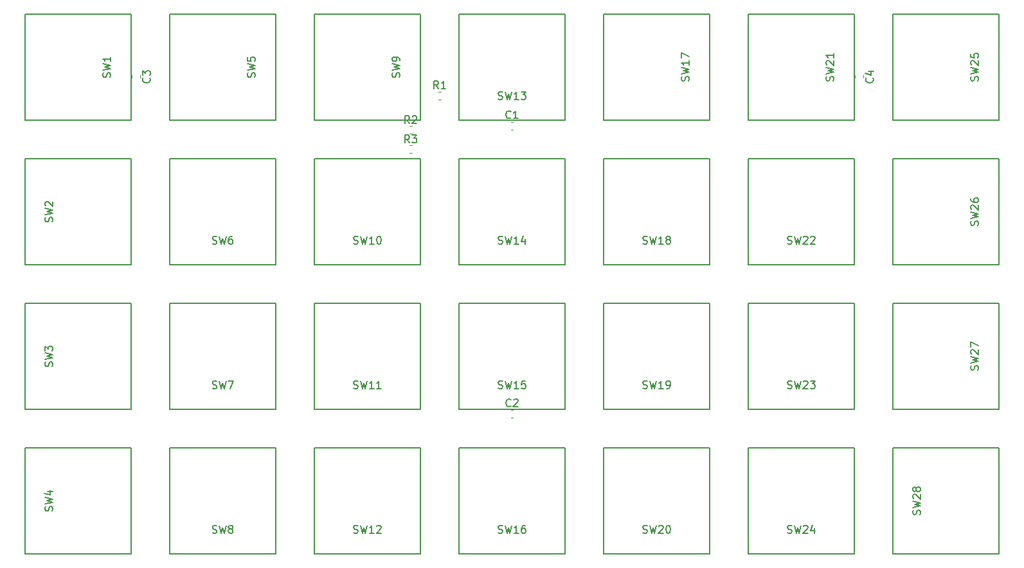
<source format=gto>
G04 #@! TF.GenerationSoftware,KiCad,Pcbnew,5.0.2-bee76a0~70~ubuntu18.04.1*
G04 #@! TF.CreationDate,2018-12-19T03:46:31+09:00*
G04 #@! TF.ProjectId,modulo-ergo42,6d6f6475-6c6f-42d6-9572-676f34322e6b,rev?*
G04 #@! TF.SameCoordinates,Original*
G04 #@! TF.FileFunction,Legend,Top*
G04 #@! TF.FilePolarity,Positive*
%FSLAX46Y46*%
G04 Gerber Fmt 4.6, Leading zero omitted, Abs format (unit mm)*
G04 Created by KiCad (PCBNEW 5.0.2-bee76a0~70~ubuntu18.04.1) date 2018年12月19日 03時46分31秒*
%MOMM*%
%LPD*%
G01*
G04 APERTURE LIST*
%ADD10C,0.150000*%
%ADD11C,0.120000*%
%ADD12C,3.102000*%
%ADD13C,1.803800*%
%ADD14C,4.089800*%
%ADD15C,1.626000*%
%ADD16C,0.100000*%
%ADD17C,0.977000*%
%ADD18C,1.052000*%
G04 APERTURE END LIST*
D10*
G04 #@! TO.C,SW13*
X116190000Y-38720000D02*
X130190000Y-38720000D01*
X116190000Y-52720000D02*
X130190000Y-52720000D01*
X130190000Y-52720000D02*
X130190000Y-38720000D01*
X116190000Y-52720000D02*
X116190000Y-38720000D01*
D11*
G04 #@! TO.C,C3*
X73150000Y-46827221D02*
X73150000Y-47152779D01*
X74170000Y-46827221D02*
X74170000Y-47152779D01*
G04 #@! TO.C,C2*
X123027221Y-91950000D02*
X123352779Y-91950000D01*
X123027221Y-90930000D02*
X123352779Y-90930000D01*
G04 #@! TO.C,C1*
X123027221Y-53977000D02*
X123352779Y-53977000D01*
X123027221Y-52957000D02*
X123352779Y-52957000D01*
D10*
G04 #@! TO.C,SW28*
X187340000Y-95870000D02*
X187340000Y-109870000D01*
X173340000Y-95870000D02*
X173340000Y-109870000D01*
X173340000Y-109870000D02*
X187340000Y-109870000D01*
X173340000Y-95870000D02*
X187340000Y-95870000D01*
G04 #@! TO.C,SW27*
X173340000Y-90820000D02*
X173340000Y-76820000D01*
X187340000Y-90820000D02*
X187340000Y-76820000D01*
X187340000Y-76820000D02*
X173340000Y-76820000D01*
X187340000Y-90820000D02*
X173340000Y-90820000D01*
G04 #@! TO.C,SW26*
X173340000Y-71770000D02*
X173340000Y-57770000D01*
X187340000Y-71770000D02*
X187340000Y-57770000D01*
X187340000Y-57770000D02*
X173340000Y-57770000D01*
X187340000Y-71770000D02*
X173340000Y-71770000D01*
G04 #@! TO.C,SW25*
X173340000Y-52720000D02*
X173340000Y-38720000D01*
X187340000Y-52720000D02*
X187340000Y-38720000D01*
X187340000Y-38720000D02*
X173340000Y-38720000D01*
X187340000Y-52720000D02*
X173340000Y-52720000D01*
G04 #@! TO.C,SW24*
X154290000Y-95870000D02*
X168290000Y-95870000D01*
X154290000Y-109870000D02*
X168290000Y-109870000D01*
X168290000Y-109870000D02*
X168290000Y-95870000D01*
X154290000Y-109870000D02*
X154290000Y-95870000D01*
G04 #@! TO.C,SW23*
X154290000Y-76820000D02*
X168290000Y-76820000D01*
X154290000Y-90820000D02*
X168290000Y-90820000D01*
X168290000Y-90820000D02*
X168290000Y-76820000D01*
X154290000Y-90820000D02*
X154290000Y-76820000D01*
G04 #@! TO.C,SW22*
X154290000Y-57770000D02*
X168290000Y-57770000D01*
X154290000Y-71770000D02*
X168290000Y-71770000D01*
X168290000Y-71770000D02*
X168290000Y-57770000D01*
X154290000Y-71770000D02*
X154290000Y-57770000D01*
G04 #@! TO.C,SW21*
X154290000Y-52720000D02*
X154290000Y-38720000D01*
X168290000Y-52720000D02*
X168290000Y-38720000D01*
X168290000Y-38720000D02*
X154290000Y-38720000D01*
X168290000Y-52720000D02*
X154290000Y-52720000D01*
G04 #@! TO.C,SW20*
X135240000Y-95870000D02*
X149240000Y-95870000D01*
X135240000Y-109870000D02*
X149240000Y-109870000D01*
X149240000Y-109870000D02*
X149240000Y-95870000D01*
X135240000Y-109870000D02*
X135240000Y-95870000D01*
G04 #@! TO.C,SW19*
X135240000Y-76820000D02*
X149240000Y-76820000D01*
X135240000Y-90820000D02*
X149240000Y-90820000D01*
X149240000Y-90820000D02*
X149240000Y-76820000D01*
X135240000Y-90820000D02*
X135240000Y-76820000D01*
G04 #@! TO.C,SW18*
X135240000Y-57770000D02*
X149240000Y-57770000D01*
X135240000Y-71770000D02*
X149240000Y-71770000D01*
X149240000Y-71770000D02*
X149240000Y-57770000D01*
X135240000Y-71770000D02*
X135240000Y-57770000D01*
G04 #@! TO.C,SW17*
X135240000Y-52720000D02*
X135240000Y-38720000D01*
X149240000Y-52720000D02*
X149240000Y-38720000D01*
X149240000Y-38720000D02*
X135240000Y-38720000D01*
X149240000Y-52720000D02*
X135240000Y-52720000D01*
G04 #@! TO.C,SW16*
X116190000Y-95870000D02*
X130190000Y-95870000D01*
X116190000Y-109870000D02*
X130190000Y-109870000D01*
X130190000Y-109870000D02*
X130190000Y-95870000D01*
X116190000Y-109870000D02*
X116190000Y-95870000D01*
G04 #@! TO.C,SW15*
X116190000Y-76820000D02*
X130190000Y-76820000D01*
X116190000Y-90820000D02*
X130190000Y-90820000D01*
X130190000Y-90820000D02*
X130190000Y-76820000D01*
X116190000Y-90820000D02*
X116190000Y-76820000D01*
G04 #@! TO.C,SW14*
X116190000Y-57770000D02*
X130190000Y-57770000D01*
X116190000Y-71770000D02*
X130190000Y-71770000D01*
X130190000Y-71770000D02*
X130190000Y-57770000D01*
X116190000Y-71770000D02*
X116190000Y-57770000D01*
G04 #@! TO.C,SW12*
X97140000Y-95870000D02*
X111140000Y-95870000D01*
X97140000Y-109870000D02*
X111140000Y-109870000D01*
X111140000Y-109870000D02*
X111140000Y-95870000D01*
X97140000Y-109870000D02*
X97140000Y-95870000D01*
G04 #@! TO.C,SW11*
X97140000Y-76820000D02*
X111140000Y-76820000D01*
X97140000Y-90820000D02*
X111140000Y-90820000D01*
X111140000Y-90820000D02*
X111140000Y-76820000D01*
X97140000Y-90820000D02*
X97140000Y-76820000D01*
G04 #@! TO.C,SW10*
X97140000Y-57770000D02*
X111140000Y-57770000D01*
X97140000Y-71770000D02*
X111140000Y-71770000D01*
X111140000Y-71770000D02*
X111140000Y-57770000D01*
X97140000Y-71770000D02*
X97140000Y-57770000D01*
G04 #@! TO.C,SW9*
X97140000Y-52720000D02*
X97140000Y-38720000D01*
X111140000Y-52720000D02*
X111140000Y-38720000D01*
X111140000Y-38720000D02*
X97140000Y-38720000D01*
X111140000Y-52720000D02*
X97140000Y-52720000D01*
G04 #@! TO.C,SW8*
X78090000Y-95870000D02*
X92090000Y-95870000D01*
X78090000Y-109870000D02*
X92090000Y-109870000D01*
X92090000Y-109870000D02*
X92090000Y-95870000D01*
X78090000Y-109870000D02*
X78090000Y-95870000D01*
G04 #@! TO.C,SW4*
X73040000Y-95870000D02*
X73040000Y-109870000D01*
X59040000Y-95870000D02*
X59040000Y-109870000D01*
X59040000Y-109870000D02*
X73040000Y-109870000D01*
X59040000Y-95870000D02*
X73040000Y-95870000D01*
G04 #@! TO.C,SW3*
X73040000Y-76820000D02*
X73040000Y-90820000D01*
X59040000Y-76820000D02*
X59040000Y-90820000D01*
X59040000Y-90820000D02*
X73040000Y-90820000D01*
X59040000Y-76820000D02*
X73040000Y-76820000D01*
G04 #@! TO.C,SW2*
X73040000Y-57770000D02*
X73040000Y-71770000D01*
X59040000Y-57770000D02*
X59040000Y-71770000D01*
X59040000Y-71770000D02*
X73040000Y-71770000D01*
X59040000Y-57770000D02*
X73040000Y-57770000D01*
D11*
G04 #@! TO.C,R2*
X109692221Y-54485000D02*
X110017779Y-54485000D01*
X109692221Y-53465000D02*
X110017779Y-53465000D01*
G04 #@! TO.C,R1*
X113502221Y-50040000D02*
X113827779Y-50040000D01*
X113502221Y-49020000D02*
X113827779Y-49020000D01*
D10*
G04 #@! TO.C,SW1*
X59040000Y-52720000D02*
X59040000Y-38720000D01*
X73040000Y-52720000D02*
X73040000Y-38720000D01*
X73040000Y-38720000D02*
X59040000Y-38720000D01*
X73040000Y-52720000D02*
X59040000Y-52720000D01*
G04 #@! TO.C,SW5*
X78090000Y-52720000D02*
X78090000Y-38720000D01*
X92090000Y-52720000D02*
X92090000Y-38720000D01*
X92090000Y-38720000D02*
X78090000Y-38720000D01*
X92090000Y-52720000D02*
X78090000Y-52720000D01*
G04 #@! TO.C,SW7*
X78090000Y-76820000D02*
X92090000Y-76820000D01*
X78090000Y-90820000D02*
X92090000Y-90820000D01*
X92090000Y-90820000D02*
X92090000Y-76820000D01*
X78090000Y-90820000D02*
X78090000Y-76820000D01*
G04 #@! TO.C,SW6*
X78090000Y-57770000D02*
X92090000Y-57770000D01*
X78090000Y-71770000D02*
X92090000Y-71770000D01*
X92090000Y-71770000D02*
X92090000Y-57770000D01*
X78090000Y-71770000D02*
X78090000Y-57770000D01*
D11*
G04 #@! TO.C,R3*
X109692221Y-57025000D02*
X110017779Y-57025000D01*
X109692221Y-56005000D02*
X110017779Y-56005000D01*
G04 #@! TO.C,C4*
X168400000Y-46827221D02*
X168400000Y-47152779D01*
X169420000Y-46827221D02*
X169420000Y-47152779D01*
G04 #@! TO.C,SW13*
D10*
X121380476Y-49934761D02*
X121523333Y-49982380D01*
X121761428Y-49982380D01*
X121856666Y-49934761D01*
X121904285Y-49887142D01*
X121951904Y-49791904D01*
X121951904Y-49696666D01*
X121904285Y-49601428D01*
X121856666Y-49553809D01*
X121761428Y-49506190D01*
X121570952Y-49458571D01*
X121475714Y-49410952D01*
X121428095Y-49363333D01*
X121380476Y-49268095D01*
X121380476Y-49172857D01*
X121428095Y-49077619D01*
X121475714Y-49030000D01*
X121570952Y-48982380D01*
X121809047Y-48982380D01*
X121951904Y-49030000D01*
X122285238Y-48982380D02*
X122523333Y-49982380D01*
X122713809Y-49268095D01*
X122904285Y-49982380D01*
X123142380Y-48982380D01*
X124047142Y-49982380D02*
X123475714Y-49982380D01*
X123761428Y-49982380D02*
X123761428Y-48982380D01*
X123666190Y-49125238D01*
X123570952Y-49220476D01*
X123475714Y-49268095D01*
X124380476Y-48982380D02*
X124999523Y-48982380D01*
X124666190Y-49363333D01*
X124809047Y-49363333D01*
X124904285Y-49410952D01*
X124951904Y-49458571D01*
X124999523Y-49553809D01*
X124999523Y-49791904D01*
X124951904Y-49887142D01*
X124904285Y-49934761D01*
X124809047Y-49982380D01*
X124523333Y-49982380D01*
X124428095Y-49934761D01*
X124380476Y-49887142D01*
G04 #@! TO.C,*
G04 #@! TO.C,C3*
X75447142Y-47156666D02*
X75494761Y-47204285D01*
X75542380Y-47347142D01*
X75542380Y-47442380D01*
X75494761Y-47585238D01*
X75399523Y-47680476D01*
X75304285Y-47728095D01*
X75113809Y-47775714D01*
X74970952Y-47775714D01*
X74780476Y-47728095D01*
X74685238Y-47680476D01*
X74590000Y-47585238D01*
X74542380Y-47442380D01*
X74542380Y-47347142D01*
X74590000Y-47204285D01*
X74637619Y-47156666D01*
X74542380Y-46823333D02*
X74542380Y-46204285D01*
X74923333Y-46537619D01*
X74923333Y-46394761D01*
X74970952Y-46299523D01*
X75018571Y-46251904D01*
X75113809Y-46204285D01*
X75351904Y-46204285D01*
X75447142Y-46251904D01*
X75494761Y-46299523D01*
X75542380Y-46394761D01*
X75542380Y-46680476D01*
X75494761Y-46775714D01*
X75447142Y-46823333D01*
G04 #@! TO.C,C2*
X123023333Y-90367142D02*
X122975714Y-90414761D01*
X122832857Y-90462380D01*
X122737619Y-90462380D01*
X122594761Y-90414761D01*
X122499523Y-90319523D01*
X122451904Y-90224285D01*
X122404285Y-90033809D01*
X122404285Y-89890952D01*
X122451904Y-89700476D01*
X122499523Y-89605238D01*
X122594761Y-89510000D01*
X122737619Y-89462380D01*
X122832857Y-89462380D01*
X122975714Y-89510000D01*
X123023333Y-89557619D01*
X123404285Y-89557619D02*
X123451904Y-89510000D01*
X123547142Y-89462380D01*
X123785238Y-89462380D01*
X123880476Y-89510000D01*
X123928095Y-89557619D01*
X123975714Y-89652857D01*
X123975714Y-89748095D01*
X123928095Y-89890952D01*
X123356666Y-90462380D01*
X123975714Y-90462380D01*
G04 #@! TO.C,C1*
X123023333Y-52394142D02*
X122975714Y-52441761D01*
X122832857Y-52489380D01*
X122737619Y-52489380D01*
X122594761Y-52441761D01*
X122499523Y-52346523D01*
X122451904Y-52251285D01*
X122404285Y-52060809D01*
X122404285Y-51917952D01*
X122451904Y-51727476D01*
X122499523Y-51632238D01*
X122594761Y-51537000D01*
X122737619Y-51489380D01*
X122832857Y-51489380D01*
X122975714Y-51537000D01*
X123023333Y-51584619D01*
X123975714Y-52489380D02*
X123404285Y-52489380D01*
X123690000Y-52489380D02*
X123690000Y-51489380D01*
X123594761Y-51632238D01*
X123499523Y-51727476D01*
X123404285Y-51775095D01*
G04 #@! TO.C,SW28*
X176934761Y-104679523D02*
X176982380Y-104536666D01*
X176982380Y-104298571D01*
X176934761Y-104203333D01*
X176887142Y-104155714D01*
X176791904Y-104108095D01*
X176696666Y-104108095D01*
X176601428Y-104155714D01*
X176553809Y-104203333D01*
X176506190Y-104298571D01*
X176458571Y-104489047D01*
X176410952Y-104584285D01*
X176363333Y-104631904D01*
X176268095Y-104679523D01*
X176172857Y-104679523D01*
X176077619Y-104631904D01*
X176030000Y-104584285D01*
X175982380Y-104489047D01*
X175982380Y-104250952D01*
X176030000Y-104108095D01*
X175982380Y-103774761D02*
X176982380Y-103536666D01*
X176268095Y-103346190D01*
X176982380Y-103155714D01*
X175982380Y-102917619D01*
X176077619Y-102584285D02*
X176030000Y-102536666D01*
X175982380Y-102441428D01*
X175982380Y-102203333D01*
X176030000Y-102108095D01*
X176077619Y-102060476D01*
X176172857Y-102012857D01*
X176268095Y-102012857D01*
X176410952Y-102060476D01*
X176982380Y-102631904D01*
X176982380Y-102012857D01*
X176410952Y-101441428D02*
X176363333Y-101536666D01*
X176315714Y-101584285D01*
X176220476Y-101631904D01*
X176172857Y-101631904D01*
X176077619Y-101584285D01*
X176030000Y-101536666D01*
X175982380Y-101441428D01*
X175982380Y-101250952D01*
X176030000Y-101155714D01*
X176077619Y-101108095D01*
X176172857Y-101060476D01*
X176220476Y-101060476D01*
X176315714Y-101108095D01*
X176363333Y-101155714D01*
X176410952Y-101250952D01*
X176410952Y-101441428D01*
X176458571Y-101536666D01*
X176506190Y-101584285D01*
X176601428Y-101631904D01*
X176791904Y-101631904D01*
X176887142Y-101584285D01*
X176934761Y-101536666D01*
X176982380Y-101441428D01*
X176982380Y-101250952D01*
X176934761Y-101155714D01*
X176887142Y-101108095D01*
X176791904Y-101060476D01*
X176601428Y-101060476D01*
X176506190Y-101108095D01*
X176458571Y-101155714D01*
X176410952Y-101250952D01*
G04 #@! TO.C,SW27*
X184554761Y-85629523D02*
X184602380Y-85486666D01*
X184602380Y-85248571D01*
X184554761Y-85153333D01*
X184507142Y-85105714D01*
X184411904Y-85058095D01*
X184316666Y-85058095D01*
X184221428Y-85105714D01*
X184173809Y-85153333D01*
X184126190Y-85248571D01*
X184078571Y-85439047D01*
X184030952Y-85534285D01*
X183983333Y-85581904D01*
X183888095Y-85629523D01*
X183792857Y-85629523D01*
X183697619Y-85581904D01*
X183650000Y-85534285D01*
X183602380Y-85439047D01*
X183602380Y-85200952D01*
X183650000Y-85058095D01*
X183602380Y-84724761D02*
X184602380Y-84486666D01*
X183888095Y-84296190D01*
X184602380Y-84105714D01*
X183602380Y-83867619D01*
X183697619Y-83534285D02*
X183650000Y-83486666D01*
X183602380Y-83391428D01*
X183602380Y-83153333D01*
X183650000Y-83058095D01*
X183697619Y-83010476D01*
X183792857Y-82962857D01*
X183888095Y-82962857D01*
X184030952Y-83010476D01*
X184602380Y-83581904D01*
X184602380Y-82962857D01*
X183602380Y-82629523D02*
X183602380Y-81962857D01*
X184602380Y-82391428D01*
G04 #@! TO.C,SW26*
X184554761Y-66579523D02*
X184602380Y-66436666D01*
X184602380Y-66198571D01*
X184554761Y-66103333D01*
X184507142Y-66055714D01*
X184411904Y-66008095D01*
X184316666Y-66008095D01*
X184221428Y-66055714D01*
X184173809Y-66103333D01*
X184126190Y-66198571D01*
X184078571Y-66389047D01*
X184030952Y-66484285D01*
X183983333Y-66531904D01*
X183888095Y-66579523D01*
X183792857Y-66579523D01*
X183697619Y-66531904D01*
X183650000Y-66484285D01*
X183602380Y-66389047D01*
X183602380Y-66150952D01*
X183650000Y-66008095D01*
X183602380Y-65674761D02*
X184602380Y-65436666D01*
X183888095Y-65246190D01*
X184602380Y-65055714D01*
X183602380Y-64817619D01*
X183697619Y-64484285D02*
X183650000Y-64436666D01*
X183602380Y-64341428D01*
X183602380Y-64103333D01*
X183650000Y-64008095D01*
X183697619Y-63960476D01*
X183792857Y-63912857D01*
X183888095Y-63912857D01*
X184030952Y-63960476D01*
X184602380Y-64531904D01*
X184602380Y-63912857D01*
X183602380Y-63055714D02*
X183602380Y-63246190D01*
X183650000Y-63341428D01*
X183697619Y-63389047D01*
X183840476Y-63484285D01*
X184030952Y-63531904D01*
X184411904Y-63531904D01*
X184507142Y-63484285D01*
X184554761Y-63436666D01*
X184602380Y-63341428D01*
X184602380Y-63150952D01*
X184554761Y-63055714D01*
X184507142Y-63008095D01*
X184411904Y-62960476D01*
X184173809Y-62960476D01*
X184078571Y-63008095D01*
X184030952Y-63055714D01*
X183983333Y-63150952D01*
X183983333Y-63341428D01*
X184030952Y-63436666D01*
X184078571Y-63484285D01*
X184173809Y-63531904D01*
G04 #@! TO.C,SW25*
X184554761Y-47529523D02*
X184602380Y-47386666D01*
X184602380Y-47148571D01*
X184554761Y-47053333D01*
X184507142Y-47005714D01*
X184411904Y-46958095D01*
X184316666Y-46958095D01*
X184221428Y-47005714D01*
X184173809Y-47053333D01*
X184126190Y-47148571D01*
X184078571Y-47339047D01*
X184030952Y-47434285D01*
X183983333Y-47481904D01*
X183888095Y-47529523D01*
X183792857Y-47529523D01*
X183697619Y-47481904D01*
X183650000Y-47434285D01*
X183602380Y-47339047D01*
X183602380Y-47100952D01*
X183650000Y-46958095D01*
X183602380Y-46624761D02*
X184602380Y-46386666D01*
X183888095Y-46196190D01*
X184602380Y-46005714D01*
X183602380Y-45767619D01*
X183697619Y-45434285D02*
X183650000Y-45386666D01*
X183602380Y-45291428D01*
X183602380Y-45053333D01*
X183650000Y-44958095D01*
X183697619Y-44910476D01*
X183792857Y-44862857D01*
X183888095Y-44862857D01*
X184030952Y-44910476D01*
X184602380Y-45481904D01*
X184602380Y-44862857D01*
X183602380Y-43958095D02*
X183602380Y-44434285D01*
X184078571Y-44481904D01*
X184030952Y-44434285D01*
X183983333Y-44339047D01*
X183983333Y-44100952D01*
X184030952Y-44005714D01*
X184078571Y-43958095D01*
X184173809Y-43910476D01*
X184411904Y-43910476D01*
X184507142Y-43958095D01*
X184554761Y-44005714D01*
X184602380Y-44100952D01*
X184602380Y-44339047D01*
X184554761Y-44434285D01*
X184507142Y-44481904D01*
G04 #@! TO.C,SW24*
X159480476Y-107084761D02*
X159623333Y-107132380D01*
X159861428Y-107132380D01*
X159956666Y-107084761D01*
X160004285Y-107037142D01*
X160051904Y-106941904D01*
X160051904Y-106846666D01*
X160004285Y-106751428D01*
X159956666Y-106703809D01*
X159861428Y-106656190D01*
X159670952Y-106608571D01*
X159575714Y-106560952D01*
X159528095Y-106513333D01*
X159480476Y-106418095D01*
X159480476Y-106322857D01*
X159528095Y-106227619D01*
X159575714Y-106180000D01*
X159670952Y-106132380D01*
X159909047Y-106132380D01*
X160051904Y-106180000D01*
X160385238Y-106132380D02*
X160623333Y-107132380D01*
X160813809Y-106418095D01*
X161004285Y-107132380D01*
X161242380Y-106132380D01*
X161575714Y-106227619D02*
X161623333Y-106180000D01*
X161718571Y-106132380D01*
X161956666Y-106132380D01*
X162051904Y-106180000D01*
X162099523Y-106227619D01*
X162147142Y-106322857D01*
X162147142Y-106418095D01*
X162099523Y-106560952D01*
X161528095Y-107132380D01*
X162147142Y-107132380D01*
X163004285Y-106465714D02*
X163004285Y-107132380D01*
X162766190Y-106084761D02*
X162528095Y-106799047D01*
X163147142Y-106799047D01*
G04 #@! TO.C,SW23*
X159480476Y-88034761D02*
X159623333Y-88082380D01*
X159861428Y-88082380D01*
X159956666Y-88034761D01*
X160004285Y-87987142D01*
X160051904Y-87891904D01*
X160051904Y-87796666D01*
X160004285Y-87701428D01*
X159956666Y-87653809D01*
X159861428Y-87606190D01*
X159670952Y-87558571D01*
X159575714Y-87510952D01*
X159528095Y-87463333D01*
X159480476Y-87368095D01*
X159480476Y-87272857D01*
X159528095Y-87177619D01*
X159575714Y-87130000D01*
X159670952Y-87082380D01*
X159909047Y-87082380D01*
X160051904Y-87130000D01*
X160385238Y-87082380D02*
X160623333Y-88082380D01*
X160813809Y-87368095D01*
X161004285Y-88082380D01*
X161242380Y-87082380D01*
X161575714Y-87177619D02*
X161623333Y-87130000D01*
X161718571Y-87082380D01*
X161956666Y-87082380D01*
X162051904Y-87130000D01*
X162099523Y-87177619D01*
X162147142Y-87272857D01*
X162147142Y-87368095D01*
X162099523Y-87510952D01*
X161528095Y-88082380D01*
X162147142Y-88082380D01*
X162480476Y-87082380D02*
X163099523Y-87082380D01*
X162766190Y-87463333D01*
X162909047Y-87463333D01*
X163004285Y-87510952D01*
X163051904Y-87558571D01*
X163099523Y-87653809D01*
X163099523Y-87891904D01*
X163051904Y-87987142D01*
X163004285Y-88034761D01*
X162909047Y-88082380D01*
X162623333Y-88082380D01*
X162528095Y-88034761D01*
X162480476Y-87987142D01*
G04 #@! TO.C,SW22*
X159480476Y-68984761D02*
X159623333Y-69032380D01*
X159861428Y-69032380D01*
X159956666Y-68984761D01*
X160004285Y-68937142D01*
X160051904Y-68841904D01*
X160051904Y-68746666D01*
X160004285Y-68651428D01*
X159956666Y-68603809D01*
X159861428Y-68556190D01*
X159670952Y-68508571D01*
X159575714Y-68460952D01*
X159528095Y-68413333D01*
X159480476Y-68318095D01*
X159480476Y-68222857D01*
X159528095Y-68127619D01*
X159575714Y-68080000D01*
X159670952Y-68032380D01*
X159909047Y-68032380D01*
X160051904Y-68080000D01*
X160385238Y-68032380D02*
X160623333Y-69032380D01*
X160813809Y-68318095D01*
X161004285Y-69032380D01*
X161242380Y-68032380D01*
X161575714Y-68127619D02*
X161623333Y-68080000D01*
X161718571Y-68032380D01*
X161956666Y-68032380D01*
X162051904Y-68080000D01*
X162099523Y-68127619D01*
X162147142Y-68222857D01*
X162147142Y-68318095D01*
X162099523Y-68460952D01*
X161528095Y-69032380D01*
X162147142Y-69032380D01*
X162528095Y-68127619D02*
X162575714Y-68080000D01*
X162670952Y-68032380D01*
X162909047Y-68032380D01*
X163004285Y-68080000D01*
X163051904Y-68127619D01*
X163099523Y-68222857D01*
X163099523Y-68318095D01*
X163051904Y-68460952D01*
X162480476Y-69032380D01*
X163099523Y-69032380D01*
G04 #@! TO.C,SW21*
X165504761Y-47529523D02*
X165552380Y-47386666D01*
X165552380Y-47148571D01*
X165504761Y-47053333D01*
X165457142Y-47005714D01*
X165361904Y-46958095D01*
X165266666Y-46958095D01*
X165171428Y-47005714D01*
X165123809Y-47053333D01*
X165076190Y-47148571D01*
X165028571Y-47339047D01*
X164980952Y-47434285D01*
X164933333Y-47481904D01*
X164838095Y-47529523D01*
X164742857Y-47529523D01*
X164647619Y-47481904D01*
X164600000Y-47434285D01*
X164552380Y-47339047D01*
X164552380Y-47100952D01*
X164600000Y-46958095D01*
X164552380Y-46624761D02*
X165552380Y-46386666D01*
X164838095Y-46196190D01*
X165552380Y-46005714D01*
X164552380Y-45767619D01*
X164647619Y-45434285D02*
X164600000Y-45386666D01*
X164552380Y-45291428D01*
X164552380Y-45053333D01*
X164600000Y-44958095D01*
X164647619Y-44910476D01*
X164742857Y-44862857D01*
X164838095Y-44862857D01*
X164980952Y-44910476D01*
X165552380Y-45481904D01*
X165552380Y-44862857D01*
X165552380Y-43910476D02*
X165552380Y-44481904D01*
X165552380Y-44196190D02*
X164552380Y-44196190D01*
X164695238Y-44291428D01*
X164790476Y-44386666D01*
X164838095Y-44481904D01*
G04 #@! TO.C,SW20*
X140430476Y-107084761D02*
X140573333Y-107132380D01*
X140811428Y-107132380D01*
X140906666Y-107084761D01*
X140954285Y-107037142D01*
X141001904Y-106941904D01*
X141001904Y-106846666D01*
X140954285Y-106751428D01*
X140906666Y-106703809D01*
X140811428Y-106656190D01*
X140620952Y-106608571D01*
X140525714Y-106560952D01*
X140478095Y-106513333D01*
X140430476Y-106418095D01*
X140430476Y-106322857D01*
X140478095Y-106227619D01*
X140525714Y-106180000D01*
X140620952Y-106132380D01*
X140859047Y-106132380D01*
X141001904Y-106180000D01*
X141335238Y-106132380D02*
X141573333Y-107132380D01*
X141763809Y-106418095D01*
X141954285Y-107132380D01*
X142192380Y-106132380D01*
X142525714Y-106227619D02*
X142573333Y-106180000D01*
X142668571Y-106132380D01*
X142906666Y-106132380D01*
X143001904Y-106180000D01*
X143049523Y-106227619D01*
X143097142Y-106322857D01*
X143097142Y-106418095D01*
X143049523Y-106560952D01*
X142478095Y-107132380D01*
X143097142Y-107132380D01*
X143716190Y-106132380D02*
X143811428Y-106132380D01*
X143906666Y-106180000D01*
X143954285Y-106227619D01*
X144001904Y-106322857D01*
X144049523Y-106513333D01*
X144049523Y-106751428D01*
X144001904Y-106941904D01*
X143954285Y-107037142D01*
X143906666Y-107084761D01*
X143811428Y-107132380D01*
X143716190Y-107132380D01*
X143620952Y-107084761D01*
X143573333Y-107037142D01*
X143525714Y-106941904D01*
X143478095Y-106751428D01*
X143478095Y-106513333D01*
X143525714Y-106322857D01*
X143573333Y-106227619D01*
X143620952Y-106180000D01*
X143716190Y-106132380D01*
G04 #@! TO.C,SW19*
X140430476Y-88034761D02*
X140573333Y-88082380D01*
X140811428Y-88082380D01*
X140906666Y-88034761D01*
X140954285Y-87987142D01*
X141001904Y-87891904D01*
X141001904Y-87796666D01*
X140954285Y-87701428D01*
X140906666Y-87653809D01*
X140811428Y-87606190D01*
X140620952Y-87558571D01*
X140525714Y-87510952D01*
X140478095Y-87463333D01*
X140430476Y-87368095D01*
X140430476Y-87272857D01*
X140478095Y-87177619D01*
X140525714Y-87130000D01*
X140620952Y-87082380D01*
X140859047Y-87082380D01*
X141001904Y-87130000D01*
X141335238Y-87082380D02*
X141573333Y-88082380D01*
X141763809Y-87368095D01*
X141954285Y-88082380D01*
X142192380Y-87082380D01*
X143097142Y-88082380D02*
X142525714Y-88082380D01*
X142811428Y-88082380D02*
X142811428Y-87082380D01*
X142716190Y-87225238D01*
X142620952Y-87320476D01*
X142525714Y-87368095D01*
X143573333Y-88082380D02*
X143763809Y-88082380D01*
X143859047Y-88034761D01*
X143906666Y-87987142D01*
X144001904Y-87844285D01*
X144049523Y-87653809D01*
X144049523Y-87272857D01*
X144001904Y-87177619D01*
X143954285Y-87130000D01*
X143859047Y-87082380D01*
X143668571Y-87082380D01*
X143573333Y-87130000D01*
X143525714Y-87177619D01*
X143478095Y-87272857D01*
X143478095Y-87510952D01*
X143525714Y-87606190D01*
X143573333Y-87653809D01*
X143668571Y-87701428D01*
X143859047Y-87701428D01*
X143954285Y-87653809D01*
X144001904Y-87606190D01*
X144049523Y-87510952D01*
G04 #@! TO.C,SW18*
X140430476Y-68984761D02*
X140573333Y-69032380D01*
X140811428Y-69032380D01*
X140906666Y-68984761D01*
X140954285Y-68937142D01*
X141001904Y-68841904D01*
X141001904Y-68746666D01*
X140954285Y-68651428D01*
X140906666Y-68603809D01*
X140811428Y-68556190D01*
X140620952Y-68508571D01*
X140525714Y-68460952D01*
X140478095Y-68413333D01*
X140430476Y-68318095D01*
X140430476Y-68222857D01*
X140478095Y-68127619D01*
X140525714Y-68080000D01*
X140620952Y-68032380D01*
X140859047Y-68032380D01*
X141001904Y-68080000D01*
X141335238Y-68032380D02*
X141573333Y-69032380D01*
X141763809Y-68318095D01*
X141954285Y-69032380D01*
X142192380Y-68032380D01*
X143097142Y-69032380D02*
X142525714Y-69032380D01*
X142811428Y-69032380D02*
X142811428Y-68032380D01*
X142716190Y-68175238D01*
X142620952Y-68270476D01*
X142525714Y-68318095D01*
X143668571Y-68460952D02*
X143573333Y-68413333D01*
X143525714Y-68365714D01*
X143478095Y-68270476D01*
X143478095Y-68222857D01*
X143525714Y-68127619D01*
X143573333Y-68080000D01*
X143668571Y-68032380D01*
X143859047Y-68032380D01*
X143954285Y-68080000D01*
X144001904Y-68127619D01*
X144049523Y-68222857D01*
X144049523Y-68270476D01*
X144001904Y-68365714D01*
X143954285Y-68413333D01*
X143859047Y-68460952D01*
X143668571Y-68460952D01*
X143573333Y-68508571D01*
X143525714Y-68556190D01*
X143478095Y-68651428D01*
X143478095Y-68841904D01*
X143525714Y-68937142D01*
X143573333Y-68984761D01*
X143668571Y-69032380D01*
X143859047Y-69032380D01*
X143954285Y-68984761D01*
X144001904Y-68937142D01*
X144049523Y-68841904D01*
X144049523Y-68651428D01*
X144001904Y-68556190D01*
X143954285Y-68508571D01*
X143859047Y-68460952D01*
G04 #@! TO.C,SW17*
X146454761Y-47529523D02*
X146502380Y-47386666D01*
X146502380Y-47148571D01*
X146454761Y-47053333D01*
X146407142Y-47005714D01*
X146311904Y-46958095D01*
X146216666Y-46958095D01*
X146121428Y-47005714D01*
X146073809Y-47053333D01*
X146026190Y-47148571D01*
X145978571Y-47339047D01*
X145930952Y-47434285D01*
X145883333Y-47481904D01*
X145788095Y-47529523D01*
X145692857Y-47529523D01*
X145597619Y-47481904D01*
X145550000Y-47434285D01*
X145502380Y-47339047D01*
X145502380Y-47100952D01*
X145550000Y-46958095D01*
X145502380Y-46624761D02*
X146502380Y-46386666D01*
X145788095Y-46196190D01*
X146502380Y-46005714D01*
X145502380Y-45767619D01*
X146502380Y-44862857D02*
X146502380Y-45434285D01*
X146502380Y-45148571D02*
X145502380Y-45148571D01*
X145645238Y-45243809D01*
X145740476Y-45339047D01*
X145788095Y-45434285D01*
X145502380Y-44529523D02*
X145502380Y-43862857D01*
X146502380Y-44291428D01*
G04 #@! TO.C,SW16*
X121380476Y-107084761D02*
X121523333Y-107132380D01*
X121761428Y-107132380D01*
X121856666Y-107084761D01*
X121904285Y-107037142D01*
X121951904Y-106941904D01*
X121951904Y-106846666D01*
X121904285Y-106751428D01*
X121856666Y-106703809D01*
X121761428Y-106656190D01*
X121570952Y-106608571D01*
X121475714Y-106560952D01*
X121428095Y-106513333D01*
X121380476Y-106418095D01*
X121380476Y-106322857D01*
X121428095Y-106227619D01*
X121475714Y-106180000D01*
X121570952Y-106132380D01*
X121809047Y-106132380D01*
X121951904Y-106180000D01*
X122285238Y-106132380D02*
X122523333Y-107132380D01*
X122713809Y-106418095D01*
X122904285Y-107132380D01*
X123142380Y-106132380D01*
X124047142Y-107132380D02*
X123475714Y-107132380D01*
X123761428Y-107132380D02*
X123761428Y-106132380D01*
X123666190Y-106275238D01*
X123570952Y-106370476D01*
X123475714Y-106418095D01*
X124904285Y-106132380D02*
X124713809Y-106132380D01*
X124618571Y-106180000D01*
X124570952Y-106227619D01*
X124475714Y-106370476D01*
X124428095Y-106560952D01*
X124428095Y-106941904D01*
X124475714Y-107037142D01*
X124523333Y-107084761D01*
X124618571Y-107132380D01*
X124809047Y-107132380D01*
X124904285Y-107084761D01*
X124951904Y-107037142D01*
X124999523Y-106941904D01*
X124999523Y-106703809D01*
X124951904Y-106608571D01*
X124904285Y-106560952D01*
X124809047Y-106513333D01*
X124618571Y-106513333D01*
X124523333Y-106560952D01*
X124475714Y-106608571D01*
X124428095Y-106703809D01*
G04 #@! TO.C,SW15*
X121380476Y-88034761D02*
X121523333Y-88082380D01*
X121761428Y-88082380D01*
X121856666Y-88034761D01*
X121904285Y-87987142D01*
X121951904Y-87891904D01*
X121951904Y-87796666D01*
X121904285Y-87701428D01*
X121856666Y-87653809D01*
X121761428Y-87606190D01*
X121570952Y-87558571D01*
X121475714Y-87510952D01*
X121428095Y-87463333D01*
X121380476Y-87368095D01*
X121380476Y-87272857D01*
X121428095Y-87177619D01*
X121475714Y-87130000D01*
X121570952Y-87082380D01*
X121809047Y-87082380D01*
X121951904Y-87130000D01*
X122285238Y-87082380D02*
X122523333Y-88082380D01*
X122713809Y-87368095D01*
X122904285Y-88082380D01*
X123142380Y-87082380D01*
X124047142Y-88082380D02*
X123475714Y-88082380D01*
X123761428Y-88082380D02*
X123761428Y-87082380D01*
X123666190Y-87225238D01*
X123570952Y-87320476D01*
X123475714Y-87368095D01*
X124951904Y-87082380D02*
X124475714Y-87082380D01*
X124428095Y-87558571D01*
X124475714Y-87510952D01*
X124570952Y-87463333D01*
X124809047Y-87463333D01*
X124904285Y-87510952D01*
X124951904Y-87558571D01*
X124999523Y-87653809D01*
X124999523Y-87891904D01*
X124951904Y-87987142D01*
X124904285Y-88034761D01*
X124809047Y-88082380D01*
X124570952Y-88082380D01*
X124475714Y-88034761D01*
X124428095Y-87987142D01*
G04 #@! TO.C,SW14*
X121380476Y-68984761D02*
X121523333Y-69032380D01*
X121761428Y-69032380D01*
X121856666Y-68984761D01*
X121904285Y-68937142D01*
X121951904Y-68841904D01*
X121951904Y-68746666D01*
X121904285Y-68651428D01*
X121856666Y-68603809D01*
X121761428Y-68556190D01*
X121570952Y-68508571D01*
X121475714Y-68460952D01*
X121428095Y-68413333D01*
X121380476Y-68318095D01*
X121380476Y-68222857D01*
X121428095Y-68127619D01*
X121475714Y-68080000D01*
X121570952Y-68032380D01*
X121809047Y-68032380D01*
X121951904Y-68080000D01*
X122285238Y-68032380D02*
X122523333Y-69032380D01*
X122713809Y-68318095D01*
X122904285Y-69032380D01*
X123142380Y-68032380D01*
X124047142Y-69032380D02*
X123475714Y-69032380D01*
X123761428Y-69032380D02*
X123761428Y-68032380D01*
X123666190Y-68175238D01*
X123570952Y-68270476D01*
X123475714Y-68318095D01*
X124904285Y-68365714D02*
X124904285Y-69032380D01*
X124666190Y-67984761D02*
X124428095Y-68699047D01*
X125047142Y-68699047D01*
G04 #@! TO.C,SW12*
X102330476Y-107084761D02*
X102473333Y-107132380D01*
X102711428Y-107132380D01*
X102806666Y-107084761D01*
X102854285Y-107037142D01*
X102901904Y-106941904D01*
X102901904Y-106846666D01*
X102854285Y-106751428D01*
X102806666Y-106703809D01*
X102711428Y-106656190D01*
X102520952Y-106608571D01*
X102425714Y-106560952D01*
X102378095Y-106513333D01*
X102330476Y-106418095D01*
X102330476Y-106322857D01*
X102378095Y-106227619D01*
X102425714Y-106180000D01*
X102520952Y-106132380D01*
X102759047Y-106132380D01*
X102901904Y-106180000D01*
X103235238Y-106132380D02*
X103473333Y-107132380D01*
X103663809Y-106418095D01*
X103854285Y-107132380D01*
X104092380Y-106132380D01*
X104997142Y-107132380D02*
X104425714Y-107132380D01*
X104711428Y-107132380D02*
X104711428Y-106132380D01*
X104616190Y-106275238D01*
X104520952Y-106370476D01*
X104425714Y-106418095D01*
X105378095Y-106227619D02*
X105425714Y-106180000D01*
X105520952Y-106132380D01*
X105759047Y-106132380D01*
X105854285Y-106180000D01*
X105901904Y-106227619D01*
X105949523Y-106322857D01*
X105949523Y-106418095D01*
X105901904Y-106560952D01*
X105330476Y-107132380D01*
X105949523Y-107132380D01*
G04 #@! TO.C,SW11*
X102330476Y-88034761D02*
X102473333Y-88082380D01*
X102711428Y-88082380D01*
X102806666Y-88034761D01*
X102854285Y-87987142D01*
X102901904Y-87891904D01*
X102901904Y-87796666D01*
X102854285Y-87701428D01*
X102806666Y-87653809D01*
X102711428Y-87606190D01*
X102520952Y-87558571D01*
X102425714Y-87510952D01*
X102378095Y-87463333D01*
X102330476Y-87368095D01*
X102330476Y-87272857D01*
X102378095Y-87177619D01*
X102425714Y-87130000D01*
X102520952Y-87082380D01*
X102759047Y-87082380D01*
X102901904Y-87130000D01*
X103235238Y-87082380D02*
X103473333Y-88082380D01*
X103663809Y-87368095D01*
X103854285Y-88082380D01*
X104092380Y-87082380D01*
X104997142Y-88082380D02*
X104425714Y-88082380D01*
X104711428Y-88082380D02*
X104711428Y-87082380D01*
X104616190Y-87225238D01*
X104520952Y-87320476D01*
X104425714Y-87368095D01*
X105949523Y-88082380D02*
X105378095Y-88082380D01*
X105663809Y-88082380D02*
X105663809Y-87082380D01*
X105568571Y-87225238D01*
X105473333Y-87320476D01*
X105378095Y-87368095D01*
G04 #@! TO.C,SW10*
X102330476Y-68984761D02*
X102473333Y-69032380D01*
X102711428Y-69032380D01*
X102806666Y-68984761D01*
X102854285Y-68937142D01*
X102901904Y-68841904D01*
X102901904Y-68746666D01*
X102854285Y-68651428D01*
X102806666Y-68603809D01*
X102711428Y-68556190D01*
X102520952Y-68508571D01*
X102425714Y-68460952D01*
X102378095Y-68413333D01*
X102330476Y-68318095D01*
X102330476Y-68222857D01*
X102378095Y-68127619D01*
X102425714Y-68080000D01*
X102520952Y-68032380D01*
X102759047Y-68032380D01*
X102901904Y-68080000D01*
X103235238Y-68032380D02*
X103473333Y-69032380D01*
X103663809Y-68318095D01*
X103854285Y-69032380D01*
X104092380Y-68032380D01*
X104997142Y-69032380D02*
X104425714Y-69032380D01*
X104711428Y-69032380D02*
X104711428Y-68032380D01*
X104616190Y-68175238D01*
X104520952Y-68270476D01*
X104425714Y-68318095D01*
X105616190Y-68032380D02*
X105711428Y-68032380D01*
X105806666Y-68080000D01*
X105854285Y-68127619D01*
X105901904Y-68222857D01*
X105949523Y-68413333D01*
X105949523Y-68651428D01*
X105901904Y-68841904D01*
X105854285Y-68937142D01*
X105806666Y-68984761D01*
X105711428Y-69032380D01*
X105616190Y-69032380D01*
X105520952Y-68984761D01*
X105473333Y-68937142D01*
X105425714Y-68841904D01*
X105378095Y-68651428D01*
X105378095Y-68413333D01*
X105425714Y-68222857D01*
X105473333Y-68127619D01*
X105520952Y-68080000D01*
X105616190Y-68032380D01*
G04 #@! TO.C,SW9*
X108354761Y-47053333D02*
X108402380Y-46910476D01*
X108402380Y-46672380D01*
X108354761Y-46577142D01*
X108307142Y-46529523D01*
X108211904Y-46481904D01*
X108116666Y-46481904D01*
X108021428Y-46529523D01*
X107973809Y-46577142D01*
X107926190Y-46672380D01*
X107878571Y-46862857D01*
X107830952Y-46958095D01*
X107783333Y-47005714D01*
X107688095Y-47053333D01*
X107592857Y-47053333D01*
X107497619Y-47005714D01*
X107450000Y-46958095D01*
X107402380Y-46862857D01*
X107402380Y-46624761D01*
X107450000Y-46481904D01*
X107402380Y-46148571D02*
X108402380Y-45910476D01*
X107688095Y-45720000D01*
X108402380Y-45529523D01*
X107402380Y-45291428D01*
X108402380Y-44862857D02*
X108402380Y-44672380D01*
X108354761Y-44577142D01*
X108307142Y-44529523D01*
X108164285Y-44434285D01*
X107973809Y-44386666D01*
X107592857Y-44386666D01*
X107497619Y-44434285D01*
X107450000Y-44481904D01*
X107402380Y-44577142D01*
X107402380Y-44767619D01*
X107450000Y-44862857D01*
X107497619Y-44910476D01*
X107592857Y-44958095D01*
X107830952Y-44958095D01*
X107926190Y-44910476D01*
X107973809Y-44862857D01*
X108021428Y-44767619D01*
X108021428Y-44577142D01*
X107973809Y-44481904D01*
X107926190Y-44434285D01*
X107830952Y-44386666D01*
G04 #@! TO.C,SW8*
X83756666Y-107084761D02*
X83899523Y-107132380D01*
X84137619Y-107132380D01*
X84232857Y-107084761D01*
X84280476Y-107037142D01*
X84328095Y-106941904D01*
X84328095Y-106846666D01*
X84280476Y-106751428D01*
X84232857Y-106703809D01*
X84137619Y-106656190D01*
X83947142Y-106608571D01*
X83851904Y-106560952D01*
X83804285Y-106513333D01*
X83756666Y-106418095D01*
X83756666Y-106322857D01*
X83804285Y-106227619D01*
X83851904Y-106180000D01*
X83947142Y-106132380D01*
X84185238Y-106132380D01*
X84328095Y-106180000D01*
X84661428Y-106132380D02*
X84899523Y-107132380D01*
X85090000Y-106418095D01*
X85280476Y-107132380D01*
X85518571Y-106132380D01*
X86042380Y-106560952D02*
X85947142Y-106513333D01*
X85899523Y-106465714D01*
X85851904Y-106370476D01*
X85851904Y-106322857D01*
X85899523Y-106227619D01*
X85947142Y-106180000D01*
X86042380Y-106132380D01*
X86232857Y-106132380D01*
X86328095Y-106180000D01*
X86375714Y-106227619D01*
X86423333Y-106322857D01*
X86423333Y-106370476D01*
X86375714Y-106465714D01*
X86328095Y-106513333D01*
X86232857Y-106560952D01*
X86042380Y-106560952D01*
X85947142Y-106608571D01*
X85899523Y-106656190D01*
X85851904Y-106751428D01*
X85851904Y-106941904D01*
X85899523Y-107037142D01*
X85947142Y-107084761D01*
X86042380Y-107132380D01*
X86232857Y-107132380D01*
X86328095Y-107084761D01*
X86375714Y-107037142D01*
X86423333Y-106941904D01*
X86423333Y-106751428D01*
X86375714Y-106656190D01*
X86328095Y-106608571D01*
X86232857Y-106560952D01*
G04 #@! TO.C,SW4*
X62634761Y-104203333D02*
X62682380Y-104060476D01*
X62682380Y-103822380D01*
X62634761Y-103727142D01*
X62587142Y-103679523D01*
X62491904Y-103631904D01*
X62396666Y-103631904D01*
X62301428Y-103679523D01*
X62253809Y-103727142D01*
X62206190Y-103822380D01*
X62158571Y-104012857D01*
X62110952Y-104108095D01*
X62063333Y-104155714D01*
X61968095Y-104203333D01*
X61872857Y-104203333D01*
X61777619Y-104155714D01*
X61730000Y-104108095D01*
X61682380Y-104012857D01*
X61682380Y-103774761D01*
X61730000Y-103631904D01*
X61682380Y-103298571D02*
X62682380Y-103060476D01*
X61968095Y-102870000D01*
X62682380Y-102679523D01*
X61682380Y-102441428D01*
X62015714Y-101631904D02*
X62682380Y-101631904D01*
X61634761Y-101870000D02*
X62349047Y-102108095D01*
X62349047Y-101489047D01*
G04 #@! TO.C,SW3*
X62634761Y-85153333D02*
X62682380Y-85010476D01*
X62682380Y-84772380D01*
X62634761Y-84677142D01*
X62587142Y-84629523D01*
X62491904Y-84581904D01*
X62396666Y-84581904D01*
X62301428Y-84629523D01*
X62253809Y-84677142D01*
X62206190Y-84772380D01*
X62158571Y-84962857D01*
X62110952Y-85058095D01*
X62063333Y-85105714D01*
X61968095Y-85153333D01*
X61872857Y-85153333D01*
X61777619Y-85105714D01*
X61730000Y-85058095D01*
X61682380Y-84962857D01*
X61682380Y-84724761D01*
X61730000Y-84581904D01*
X61682380Y-84248571D02*
X62682380Y-84010476D01*
X61968095Y-83820000D01*
X62682380Y-83629523D01*
X61682380Y-83391428D01*
X61682380Y-83105714D02*
X61682380Y-82486666D01*
X62063333Y-82820000D01*
X62063333Y-82677142D01*
X62110952Y-82581904D01*
X62158571Y-82534285D01*
X62253809Y-82486666D01*
X62491904Y-82486666D01*
X62587142Y-82534285D01*
X62634761Y-82581904D01*
X62682380Y-82677142D01*
X62682380Y-82962857D01*
X62634761Y-83058095D01*
X62587142Y-83105714D01*
G04 #@! TO.C,SW2*
X62634761Y-66103333D02*
X62682380Y-65960476D01*
X62682380Y-65722380D01*
X62634761Y-65627142D01*
X62587142Y-65579523D01*
X62491904Y-65531904D01*
X62396666Y-65531904D01*
X62301428Y-65579523D01*
X62253809Y-65627142D01*
X62206190Y-65722380D01*
X62158571Y-65912857D01*
X62110952Y-66008095D01*
X62063333Y-66055714D01*
X61968095Y-66103333D01*
X61872857Y-66103333D01*
X61777619Y-66055714D01*
X61730000Y-66008095D01*
X61682380Y-65912857D01*
X61682380Y-65674761D01*
X61730000Y-65531904D01*
X61682380Y-65198571D02*
X62682380Y-64960476D01*
X61968095Y-64770000D01*
X62682380Y-64579523D01*
X61682380Y-64341428D01*
X61777619Y-64008095D02*
X61730000Y-63960476D01*
X61682380Y-63865238D01*
X61682380Y-63627142D01*
X61730000Y-63531904D01*
X61777619Y-63484285D01*
X61872857Y-63436666D01*
X61968095Y-63436666D01*
X62110952Y-63484285D01*
X62682380Y-64055714D01*
X62682380Y-63436666D01*
G04 #@! TO.C,R2*
X109688333Y-53157380D02*
X109355000Y-52681190D01*
X109116904Y-53157380D02*
X109116904Y-52157380D01*
X109497857Y-52157380D01*
X109593095Y-52205000D01*
X109640714Y-52252619D01*
X109688333Y-52347857D01*
X109688333Y-52490714D01*
X109640714Y-52585952D01*
X109593095Y-52633571D01*
X109497857Y-52681190D01*
X109116904Y-52681190D01*
X110069285Y-52252619D02*
X110116904Y-52205000D01*
X110212142Y-52157380D01*
X110450238Y-52157380D01*
X110545476Y-52205000D01*
X110593095Y-52252619D01*
X110640714Y-52347857D01*
X110640714Y-52443095D01*
X110593095Y-52585952D01*
X110021666Y-53157380D01*
X110640714Y-53157380D01*
G04 #@! TO.C,R1*
X113498333Y-48552380D02*
X113165000Y-48076190D01*
X112926904Y-48552380D02*
X112926904Y-47552380D01*
X113307857Y-47552380D01*
X113403095Y-47600000D01*
X113450714Y-47647619D01*
X113498333Y-47742857D01*
X113498333Y-47885714D01*
X113450714Y-47980952D01*
X113403095Y-48028571D01*
X113307857Y-48076190D01*
X112926904Y-48076190D01*
X114450714Y-48552380D02*
X113879285Y-48552380D01*
X114165000Y-48552380D02*
X114165000Y-47552380D01*
X114069761Y-47695238D01*
X113974523Y-47790476D01*
X113879285Y-47838095D01*
G04 #@! TO.C,SW1*
X70254761Y-47053333D02*
X70302380Y-46910476D01*
X70302380Y-46672380D01*
X70254761Y-46577142D01*
X70207142Y-46529523D01*
X70111904Y-46481904D01*
X70016666Y-46481904D01*
X69921428Y-46529523D01*
X69873809Y-46577142D01*
X69826190Y-46672380D01*
X69778571Y-46862857D01*
X69730952Y-46958095D01*
X69683333Y-47005714D01*
X69588095Y-47053333D01*
X69492857Y-47053333D01*
X69397619Y-47005714D01*
X69350000Y-46958095D01*
X69302380Y-46862857D01*
X69302380Y-46624761D01*
X69350000Y-46481904D01*
X69302380Y-46148571D02*
X70302380Y-45910476D01*
X69588095Y-45720000D01*
X70302380Y-45529523D01*
X69302380Y-45291428D01*
X70302380Y-44386666D02*
X70302380Y-44958095D01*
X70302380Y-44672380D02*
X69302380Y-44672380D01*
X69445238Y-44767619D01*
X69540476Y-44862857D01*
X69588095Y-44958095D01*
G04 #@! TO.C,SW5*
X89304761Y-47053333D02*
X89352380Y-46910476D01*
X89352380Y-46672380D01*
X89304761Y-46577142D01*
X89257142Y-46529523D01*
X89161904Y-46481904D01*
X89066666Y-46481904D01*
X88971428Y-46529523D01*
X88923809Y-46577142D01*
X88876190Y-46672380D01*
X88828571Y-46862857D01*
X88780952Y-46958095D01*
X88733333Y-47005714D01*
X88638095Y-47053333D01*
X88542857Y-47053333D01*
X88447619Y-47005714D01*
X88400000Y-46958095D01*
X88352380Y-46862857D01*
X88352380Y-46624761D01*
X88400000Y-46481904D01*
X88352380Y-46148571D02*
X89352380Y-45910476D01*
X88638095Y-45720000D01*
X89352380Y-45529523D01*
X88352380Y-45291428D01*
X88352380Y-44434285D02*
X88352380Y-44910476D01*
X88828571Y-44958095D01*
X88780952Y-44910476D01*
X88733333Y-44815238D01*
X88733333Y-44577142D01*
X88780952Y-44481904D01*
X88828571Y-44434285D01*
X88923809Y-44386666D01*
X89161904Y-44386666D01*
X89257142Y-44434285D01*
X89304761Y-44481904D01*
X89352380Y-44577142D01*
X89352380Y-44815238D01*
X89304761Y-44910476D01*
X89257142Y-44958095D01*
G04 #@! TO.C,SW7*
X83756666Y-88034761D02*
X83899523Y-88082380D01*
X84137619Y-88082380D01*
X84232857Y-88034761D01*
X84280476Y-87987142D01*
X84328095Y-87891904D01*
X84328095Y-87796666D01*
X84280476Y-87701428D01*
X84232857Y-87653809D01*
X84137619Y-87606190D01*
X83947142Y-87558571D01*
X83851904Y-87510952D01*
X83804285Y-87463333D01*
X83756666Y-87368095D01*
X83756666Y-87272857D01*
X83804285Y-87177619D01*
X83851904Y-87130000D01*
X83947142Y-87082380D01*
X84185238Y-87082380D01*
X84328095Y-87130000D01*
X84661428Y-87082380D02*
X84899523Y-88082380D01*
X85090000Y-87368095D01*
X85280476Y-88082380D01*
X85518571Y-87082380D01*
X85804285Y-87082380D02*
X86470952Y-87082380D01*
X86042380Y-88082380D01*
G04 #@! TO.C,SW6*
X83756666Y-68984761D02*
X83899523Y-69032380D01*
X84137619Y-69032380D01*
X84232857Y-68984761D01*
X84280476Y-68937142D01*
X84328095Y-68841904D01*
X84328095Y-68746666D01*
X84280476Y-68651428D01*
X84232857Y-68603809D01*
X84137619Y-68556190D01*
X83947142Y-68508571D01*
X83851904Y-68460952D01*
X83804285Y-68413333D01*
X83756666Y-68318095D01*
X83756666Y-68222857D01*
X83804285Y-68127619D01*
X83851904Y-68080000D01*
X83947142Y-68032380D01*
X84185238Y-68032380D01*
X84328095Y-68080000D01*
X84661428Y-68032380D02*
X84899523Y-69032380D01*
X85090000Y-68318095D01*
X85280476Y-69032380D01*
X85518571Y-68032380D01*
X86328095Y-68032380D02*
X86137619Y-68032380D01*
X86042380Y-68080000D01*
X85994761Y-68127619D01*
X85899523Y-68270476D01*
X85851904Y-68460952D01*
X85851904Y-68841904D01*
X85899523Y-68937142D01*
X85947142Y-68984761D01*
X86042380Y-69032380D01*
X86232857Y-69032380D01*
X86328095Y-68984761D01*
X86375714Y-68937142D01*
X86423333Y-68841904D01*
X86423333Y-68603809D01*
X86375714Y-68508571D01*
X86328095Y-68460952D01*
X86232857Y-68413333D01*
X86042380Y-68413333D01*
X85947142Y-68460952D01*
X85899523Y-68508571D01*
X85851904Y-68603809D01*
G04 #@! TO.C,R3*
X109688333Y-55697380D02*
X109355000Y-55221190D01*
X109116904Y-55697380D02*
X109116904Y-54697380D01*
X109497857Y-54697380D01*
X109593095Y-54745000D01*
X109640714Y-54792619D01*
X109688333Y-54887857D01*
X109688333Y-55030714D01*
X109640714Y-55125952D01*
X109593095Y-55173571D01*
X109497857Y-55221190D01*
X109116904Y-55221190D01*
X110021666Y-54697380D02*
X110640714Y-54697380D01*
X110307380Y-55078333D01*
X110450238Y-55078333D01*
X110545476Y-55125952D01*
X110593095Y-55173571D01*
X110640714Y-55268809D01*
X110640714Y-55506904D01*
X110593095Y-55602142D01*
X110545476Y-55649761D01*
X110450238Y-55697380D01*
X110164523Y-55697380D01*
X110069285Y-55649761D01*
X110021666Y-55602142D01*
G04 #@! TO.C,C4*
X170697142Y-47156666D02*
X170744761Y-47204285D01*
X170792380Y-47347142D01*
X170792380Y-47442380D01*
X170744761Y-47585238D01*
X170649523Y-47680476D01*
X170554285Y-47728095D01*
X170363809Y-47775714D01*
X170220952Y-47775714D01*
X170030476Y-47728095D01*
X169935238Y-47680476D01*
X169840000Y-47585238D01*
X169792380Y-47442380D01*
X169792380Y-47347142D01*
X169840000Y-47204285D01*
X169887619Y-47156666D01*
X170125714Y-46299523D02*
X170792380Y-46299523D01*
X169744761Y-46537619D02*
X170459047Y-46775714D01*
X170459047Y-46156666D01*
G04 #@! TD*
%LPC*%
D12*
G04 #@! TO.C,SW13*
X125730000Y-40640000D03*
X119380000Y-43180000D03*
D13*
X128270000Y-45720000D03*
X118110000Y-45720000D03*
D14*
X123190000Y-45720000D03*
G04 #@! TD*
D15*
G04 #@! TO.C,*
X56769000Y-55245000D03*
G04 #@! TD*
G04 #@! TO.C,*
X56769000Y-93345000D03*
G04 #@! TD*
G04 #@! TO.C,*
X189611000Y-93345000D03*
G04 #@! TD*
G04 #@! TO.C,*
X189611000Y-55245000D03*
G04 #@! TD*
G04 #@! TO.C,*
X142240000Y-36449000D03*
G04 #@! TD*
G04 #@! TO.C,*
X104140000Y-36449000D03*
G04 #@! TD*
G04 #@! TO.C,*
X56769000Y-36449000D03*
G04 #@! TD*
G04 #@! TO.C,*
X56769000Y-112141000D03*
G04 #@! TD*
G04 #@! TO.C,*
X104140000Y-112141000D03*
G04 #@! TD*
G04 #@! TO.C,*
X142240000Y-112141000D03*
G04 #@! TD*
G04 #@! TO.C,*
X189611000Y-112141000D03*
G04 #@! TD*
G04 #@! TO.C,*
X189611000Y-36449000D03*
G04 #@! TD*
G04 #@! TO.C,*
X94615000Y-74295000D03*
G04 #@! TD*
G04 #@! TO.C,*
X151765000Y-74295000D03*
G04 #@! TD*
D16*
G04 #@! TO.C,C3*
G36*
X73965691Y-47290176D02*
X73989401Y-47293693D01*
X74012652Y-47299517D01*
X74035220Y-47307592D01*
X74056889Y-47317841D01*
X74077448Y-47330164D01*
X74096701Y-47344442D01*
X74114461Y-47360539D01*
X74130558Y-47378299D01*
X74144836Y-47397552D01*
X74157159Y-47418111D01*
X74167408Y-47439780D01*
X74175483Y-47462348D01*
X74181307Y-47485599D01*
X74184824Y-47509309D01*
X74186000Y-47533250D01*
X74186000Y-48021750D01*
X74184824Y-48045691D01*
X74181307Y-48069401D01*
X74175483Y-48092652D01*
X74167408Y-48115220D01*
X74157159Y-48136889D01*
X74144836Y-48157448D01*
X74130558Y-48176701D01*
X74114461Y-48194461D01*
X74096701Y-48210558D01*
X74077448Y-48224836D01*
X74056889Y-48237159D01*
X74035220Y-48247408D01*
X74012652Y-48255483D01*
X73989401Y-48261307D01*
X73965691Y-48264824D01*
X73941750Y-48266000D01*
X73378250Y-48266000D01*
X73354309Y-48264824D01*
X73330599Y-48261307D01*
X73307348Y-48255483D01*
X73284780Y-48247408D01*
X73263111Y-48237159D01*
X73242552Y-48224836D01*
X73223299Y-48210558D01*
X73205539Y-48194461D01*
X73189442Y-48176701D01*
X73175164Y-48157448D01*
X73162841Y-48136889D01*
X73152592Y-48115220D01*
X73144517Y-48092652D01*
X73138693Y-48069401D01*
X73135176Y-48045691D01*
X73134000Y-48021750D01*
X73134000Y-47533250D01*
X73135176Y-47509309D01*
X73138693Y-47485599D01*
X73144517Y-47462348D01*
X73152592Y-47439780D01*
X73162841Y-47418111D01*
X73175164Y-47397552D01*
X73189442Y-47378299D01*
X73205539Y-47360539D01*
X73223299Y-47344442D01*
X73242552Y-47330164D01*
X73263111Y-47317841D01*
X73284780Y-47307592D01*
X73307348Y-47299517D01*
X73330599Y-47293693D01*
X73354309Y-47290176D01*
X73378250Y-47289000D01*
X73941750Y-47289000D01*
X73965691Y-47290176D01*
X73965691Y-47290176D01*
G37*
D17*
X73660000Y-47777500D03*
D16*
G36*
X73965691Y-45715176D02*
X73989401Y-45718693D01*
X74012652Y-45724517D01*
X74035220Y-45732592D01*
X74056889Y-45742841D01*
X74077448Y-45755164D01*
X74096701Y-45769442D01*
X74114461Y-45785539D01*
X74130558Y-45803299D01*
X74144836Y-45822552D01*
X74157159Y-45843111D01*
X74167408Y-45864780D01*
X74175483Y-45887348D01*
X74181307Y-45910599D01*
X74184824Y-45934309D01*
X74186000Y-45958250D01*
X74186000Y-46446750D01*
X74184824Y-46470691D01*
X74181307Y-46494401D01*
X74175483Y-46517652D01*
X74167408Y-46540220D01*
X74157159Y-46561889D01*
X74144836Y-46582448D01*
X74130558Y-46601701D01*
X74114461Y-46619461D01*
X74096701Y-46635558D01*
X74077448Y-46649836D01*
X74056889Y-46662159D01*
X74035220Y-46672408D01*
X74012652Y-46680483D01*
X73989401Y-46686307D01*
X73965691Y-46689824D01*
X73941750Y-46691000D01*
X73378250Y-46691000D01*
X73354309Y-46689824D01*
X73330599Y-46686307D01*
X73307348Y-46680483D01*
X73284780Y-46672408D01*
X73263111Y-46662159D01*
X73242552Y-46649836D01*
X73223299Y-46635558D01*
X73205539Y-46619461D01*
X73189442Y-46601701D01*
X73175164Y-46582448D01*
X73162841Y-46561889D01*
X73152592Y-46540220D01*
X73144517Y-46517652D01*
X73138693Y-46494401D01*
X73135176Y-46470691D01*
X73134000Y-46446750D01*
X73134000Y-45958250D01*
X73135176Y-45934309D01*
X73138693Y-45910599D01*
X73144517Y-45887348D01*
X73152592Y-45864780D01*
X73162841Y-45843111D01*
X73175164Y-45822552D01*
X73189442Y-45803299D01*
X73205539Y-45785539D01*
X73223299Y-45769442D01*
X73242552Y-45755164D01*
X73263111Y-45742841D01*
X73284780Y-45732592D01*
X73307348Y-45724517D01*
X73330599Y-45718693D01*
X73354309Y-45715176D01*
X73378250Y-45714000D01*
X73941750Y-45714000D01*
X73965691Y-45715176D01*
X73965691Y-45715176D01*
G37*
D17*
X73660000Y-46202500D03*
G04 #@! TD*
D16*
G04 #@! TO.C,C2*
G36*
X124245691Y-90915176D02*
X124269401Y-90918693D01*
X124292652Y-90924517D01*
X124315220Y-90932592D01*
X124336889Y-90942841D01*
X124357448Y-90955164D01*
X124376701Y-90969442D01*
X124394461Y-90985539D01*
X124410558Y-91003299D01*
X124424836Y-91022552D01*
X124437159Y-91043111D01*
X124447408Y-91064780D01*
X124455483Y-91087348D01*
X124461307Y-91110599D01*
X124464824Y-91134309D01*
X124466000Y-91158250D01*
X124466000Y-91721750D01*
X124464824Y-91745691D01*
X124461307Y-91769401D01*
X124455483Y-91792652D01*
X124447408Y-91815220D01*
X124437159Y-91836889D01*
X124424836Y-91857448D01*
X124410558Y-91876701D01*
X124394461Y-91894461D01*
X124376701Y-91910558D01*
X124357448Y-91924836D01*
X124336889Y-91937159D01*
X124315220Y-91947408D01*
X124292652Y-91955483D01*
X124269401Y-91961307D01*
X124245691Y-91964824D01*
X124221750Y-91966000D01*
X123733250Y-91966000D01*
X123709309Y-91964824D01*
X123685599Y-91961307D01*
X123662348Y-91955483D01*
X123639780Y-91947408D01*
X123618111Y-91937159D01*
X123597552Y-91924836D01*
X123578299Y-91910558D01*
X123560539Y-91894461D01*
X123544442Y-91876701D01*
X123530164Y-91857448D01*
X123517841Y-91836889D01*
X123507592Y-91815220D01*
X123499517Y-91792652D01*
X123493693Y-91769401D01*
X123490176Y-91745691D01*
X123489000Y-91721750D01*
X123489000Y-91158250D01*
X123490176Y-91134309D01*
X123493693Y-91110599D01*
X123499517Y-91087348D01*
X123507592Y-91064780D01*
X123517841Y-91043111D01*
X123530164Y-91022552D01*
X123544442Y-91003299D01*
X123560539Y-90985539D01*
X123578299Y-90969442D01*
X123597552Y-90955164D01*
X123618111Y-90942841D01*
X123639780Y-90932592D01*
X123662348Y-90924517D01*
X123685599Y-90918693D01*
X123709309Y-90915176D01*
X123733250Y-90914000D01*
X124221750Y-90914000D01*
X124245691Y-90915176D01*
X124245691Y-90915176D01*
G37*
D17*
X123977500Y-91440000D03*
D16*
G36*
X122670691Y-90915176D02*
X122694401Y-90918693D01*
X122717652Y-90924517D01*
X122740220Y-90932592D01*
X122761889Y-90942841D01*
X122782448Y-90955164D01*
X122801701Y-90969442D01*
X122819461Y-90985539D01*
X122835558Y-91003299D01*
X122849836Y-91022552D01*
X122862159Y-91043111D01*
X122872408Y-91064780D01*
X122880483Y-91087348D01*
X122886307Y-91110599D01*
X122889824Y-91134309D01*
X122891000Y-91158250D01*
X122891000Y-91721750D01*
X122889824Y-91745691D01*
X122886307Y-91769401D01*
X122880483Y-91792652D01*
X122872408Y-91815220D01*
X122862159Y-91836889D01*
X122849836Y-91857448D01*
X122835558Y-91876701D01*
X122819461Y-91894461D01*
X122801701Y-91910558D01*
X122782448Y-91924836D01*
X122761889Y-91937159D01*
X122740220Y-91947408D01*
X122717652Y-91955483D01*
X122694401Y-91961307D01*
X122670691Y-91964824D01*
X122646750Y-91966000D01*
X122158250Y-91966000D01*
X122134309Y-91964824D01*
X122110599Y-91961307D01*
X122087348Y-91955483D01*
X122064780Y-91947408D01*
X122043111Y-91937159D01*
X122022552Y-91924836D01*
X122003299Y-91910558D01*
X121985539Y-91894461D01*
X121969442Y-91876701D01*
X121955164Y-91857448D01*
X121942841Y-91836889D01*
X121932592Y-91815220D01*
X121924517Y-91792652D01*
X121918693Y-91769401D01*
X121915176Y-91745691D01*
X121914000Y-91721750D01*
X121914000Y-91158250D01*
X121915176Y-91134309D01*
X121918693Y-91110599D01*
X121924517Y-91087348D01*
X121932592Y-91064780D01*
X121942841Y-91043111D01*
X121955164Y-91022552D01*
X121969442Y-91003299D01*
X121985539Y-90985539D01*
X122003299Y-90969442D01*
X122022552Y-90955164D01*
X122043111Y-90942841D01*
X122064780Y-90932592D01*
X122087348Y-90924517D01*
X122110599Y-90918693D01*
X122134309Y-90915176D01*
X122158250Y-90914000D01*
X122646750Y-90914000D01*
X122670691Y-90915176D01*
X122670691Y-90915176D01*
G37*
D17*
X122402500Y-91440000D03*
G04 #@! TD*
D16*
G04 #@! TO.C,C1*
G36*
X124245691Y-52942176D02*
X124269401Y-52945693D01*
X124292652Y-52951517D01*
X124315220Y-52959592D01*
X124336889Y-52969841D01*
X124357448Y-52982164D01*
X124376701Y-52996442D01*
X124394461Y-53012539D01*
X124410558Y-53030299D01*
X124424836Y-53049552D01*
X124437159Y-53070111D01*
X124447408Y-53091780D01*
X124455483Y-53114348D01*
X124461307Y-53137599D01*
X124464824Y-53161309D01*
X124466000Y-53185250D01*
X124466000Y-53748750D01*
X124464824Y-53772691D01*
X124461307Y-53796401D01*
X124455483Y-53819652D01*
X124447408Y-53842220D01*
X124437159Y-53863889D01*
X124424836Y-53884448D01*
X124410558Y-53903701D01*
X124394461Y-53921461D01*
X124376701Y-53937558D01*
X124357448Y-53951836D01*
X124336889Y-53964159D01*
X124315220Y-53974408D01*
X124292652Y-53982483D01*
X124269401Y-53988307D01*
X124245691Y-53991824D01*
X124221750Y-53993000D01*
X123733250Y-53993000D01*
X123709309Y-53991824D01*
X123685599Y-53988307D01*
X123662348Y-53982483D01*
X123639780Y-53974408D01*
X123618111Y-53964159D01*
X123597552Y-53951836D01*
X123578299Y-53937558D01*
X123560539Y-53921461D01*
X123544442Y-53903701D01*
X123530164Y-53884448D01*
X123517841Y-53863889D01*
X123507592Y-53842220D01*
X123499517Y-53819652D01*
X123493693Y-53796401D01*
X123490176Y-53772691D01*
X123489000Y-53748750D01*
X123489000Y-53185250D01*
X123490176Y-53161309D01*
X123493693Y-53137599D01*
X123499517Y-53114348D01*
X123507592Y-53091780D01*
X123517841Y-53070111D01*
X123530164Y-53049552D01*
X123544442Y-53030299D01*
X123560539Y-53012539D01*
X123578299Y-52996442D01*
X123597552Y-52982164D01*
X123618111Y-52969841D01*
X123639780Y-52959592D01*
X123662348Y-52951517D01*
X123685599Y-52945693D01*
X123709309Y-52942176D01*
X123733250Y-52941000D01*
X124221750Y-52941000D01*
X124245691Y-52942176D01*
X124245691Y-52942176D01*
G37*
D17*
X123977500Y-53467000D03*
D16*
G36*
X122670691Y-52942176D02*
X122694401Y-52945693D01*
X122717652Y-52951517D01*
X122740220Y-52959592D01*
X122761889Y-52969841D01*
X122782448Y-52982164D01*
X122801701Y-52996442D01*
X122819461Y-53012539D01*
X122835558Y-53030299D01*
X122849836Y-53049552D01*
X122862159Y-53070111D01*
X122872408Y-53091780D01*
X122880483Y-53114348D01*
X122886307Y-53137599D01*
X122889824Y-53161309D01*
X122891000Y-53185250D01*
X122891000Y-53748750D01*
X122889824Y-53772691D01*
X122886307Y-53796401D01*
X122880483Y-53819652D01*
X122872408Y-53842220D01*
X122862159Y-53863889D01*
X122849836Y-53884448D01*
X122835558Y-53903701D01*
X122819461Y-53921461D01*
X122801701Y-53937558D01*
X122782448Y-53951836D01*
X122761889Y-53964159D01*
X122740220Y-53974408D01*
X122717652Y-53982483D01*
X122694401Y-53988307D01*
X122670691Y-53991824D01*
X122646750Y-53993000D01*
X122158250Y-53993000D01*
X122134309Y-53991824D01*
X122110599Y-53988307D01*
X122087348Y-53982483D01*
X122064780Y-53974408D01*
X122043111Y-53964159D01*
X122022552Y-53951836D01*
X122003299Y-53937558D01*
X121985539Y-53921461D01*
X121969442Y-53903701D01*
X121955164Y-53884448D01*
X121942841Y-53863889D01*
X121932592Y-53842220D01*
X121924517Y-53819652D01*
X121918693Y-53796401D01*
X121915176Y-53772691D01*
X121914000Y-53748750D01*
X121914000Y-53185250D01*
X121915176Y-53161309D01*
X121918693Y-53137599D01*
X121924517Y-53114348D01*
X121932592Y-53091780D01*
X121942841Y-53070111D01*
X121955164Y-53049552D01*
X121969442Y-53030299D01*
X121985539Y-53012539D01*
X122003299Y-52996442D01*
X122022552Y-52982164D01*
X122043111Y-52969841D01*
X122064780Y-52959592D01*
X122087348Y-52951517D01*
X122110599Y-52945693D01*
X122134309Y-52942176D01*
X122158250Y-52941000D01*
X122646750Y-52941000D01*
X122670691Y-52942176D01*
X122670691Y-52942176D01*
G37*
D17*
X122402500Y-53467000D03*
G04 #@! TD*
D12*
G04 #@! TO.C,SW28*
X185420000Y-105410000D03*
X182880000Y-99060000D03*
D13*
X180340000Y-107950000D03*
X180340000Y-97790000D03*
D14*
X180340000Y-102870000D03*
G04 #@! TD*
D12*
G04 #@! TO.C,SW27*
X175260000Y-81280000D03*
X177800000Y-87630000D03*
D13*
X180340000Y-78740000D03*
X180340000Y-88900000D03*
D14*
X180340000Y-83820000D03*
G04 #@! TD*
D12*
G04 #@! TO.C,SW26*
X175260000Y-62230000D03*
X177800000Y-68580000D03*
D13*
X180340000Y-59690000D03*
X180340000Y-69850000D03*
D14*
X180340000Y-64770000D03*
G04 #@! TD*
D12*
G04 #@! TO.C,SW25*
X175260000Y-43180000D03*
X177800000Y-49530000D03*
D13*
X180340000Y-40640000D03*
X180340000Y-50800000D03*
D14*
X180340000Y-45720000D03*
G04 #@! TD*
D12*
G04 #@! TO.C,SW24*
X163830000Y-97790000D03*
X157480000Y-100330000D03*
D13*
X166370000Y-102870000D03*
X156210000Y-102870000D03*
D14*
X161290000Y-102870000D03*
G04 #@! TD*
D12*
G04 #@! TO.C,SW23*
X163830000Y-78740000D03*
X157480000Y-81280000D03*
D13*
X166370000Y-83820000D03*
X156210000Y-83820000D03*
D14*
X161290000Y-83820000D03*
G04 #@! TD*
D12*
G04 #@! TO.C,SW22*
X163830000Y-59690000D03*
X157480000Y-62230000D03*
D13*
X166370000Y-64770000D03*
X156210000Y-64770000D03*
D14*
X161290000Y-64770000D03*
G04 #@! TD*
D12*
G04 #@! TO.C,SW21*
X156210000Y-43180000D03*
X158750000Y-49530000D03*
D13*
X161290000Y-40640000D03*
X161290000Y-50800000D03*
D14*
X161290000Y-45720000D03*
G04 #@! TD*
D12*
G04 #@! TO.C,SW20*
X144780000Y-97790000D03*
X138430000Y-100330000D03*
D13*
X147320000Y-102870000D03*
X137160000Y-102870000D03*
D14*
X142240000Y-102870000D03*
G04 #@! TD*
D12*
G04 #@! TO.C,SW19*
X144780000Y-78740000D03*
X138430000Y-81280000D03*
D13*
X147320000Y-83820000D03*
X137160000Y-83820000D03*
D14*
X142240000Y-83820000D03*
G04 #@! TD*
D12*
G04 #@! TO.C,SW18*
X144780000Y-59690000D03*
X138430000Y-62230000D03*
D13*
X147320000Y-64770000D03*
X137160000Y-64770000D03*
D14*
X142240000Y-64770000D03*
G04 #@! TD*
D12*
G04 #@! TO.C,SW17*
X137160000Y-43180000D03*
X139700000Y-49530000D03*
D13*
X142240000Y-40640000D03*
X142240000Y-50800000D03*
D14*
X142240000Y-45720000D03*
G04 #@! TD*
D12*
G04 #@! TO.C,SW16*
X125730000Y-97790000D03*
X119380000Y-100330000D03*
D13*
X128270000Y-102870000D03*
X118110000Y-102870000D03*
D14*
X123190000Y-102870000D03*
G04 #@! TD*
D12*
G04 #@! TO.C,SW15*
X125730000Y-78740000D03*
X119380000Y-81280000D03*
D13*
X128270000Y-83820000D03*
X118110000Y-83820000D03*
D14*
X123190000Y-83820000D03*
G04 #@! TD*
D12*
G04 #@! TO.C,SW14*
X125730000Y-59690000D03*
X119380000Y-62230000D03*
D13*
X128270000Y-64770000D03*
X118110000Y-64770000D03*
D14*
X123190000Y-64770000D03*
G04 #@! TD*
D12*
G04 #@! TO.C,SW12*
X106680000Y-97790000D03*
X100330000Y-100330000D03*
D13*
X109220000Y-102870000D03*
X99060000Y-102870000D03*
D14*
X104140000Y-102870000D03*
G04 #@! TD*
D12*
G04 #@! TO.C,SW11*
X106680000Y-78740000D03*
X100330000Y-81280000D03*
D13*
X109220000Y-83820000D03*
X99060000Y-83820000D03*
D14*
X104140000Y-83820000D03*
G04 #@! TD*
D12*
G04 #@! TO.C,SW10*
X106680000Y-59690000D03*
X100330000Y-62230000D03*
D13*
X109220000Y-64770000D03*
X99060000Y-64770000D03*
D14*
X104140000Y-64770000D03*
G04 #@! TD*
D12*
G04 #@! TO.C,SW9*
X99060000Y-43180000D03*
X101600000Y-49530000D03*
D13*
X104140000Y-40640000D03*
X104140000Y-50800000D03*
D14*
X104140000Y-45720000D03*
G04 #@! TD*
D12*
G04 #@! TO.C,SW8*
X87630000Y-97790000D03*
X81280000Y-100330000D03*
D13*
X90170000Y-102870000D03*
X80010000Y-102870000D03*
D14*
X85090000Y-102870000D03*
G04 #@! TD*
D12*
G04 #@! TO.C,SW4*
X71120000Y-105410000D03*
X68580000Y-99060000D03*
D13*
X66040000Y-107950000D03*
X66040000Y-97790000D03*
D14*
X66040000Y-102870000D03*
G04 #@! TD*
D12*
G04 #@! TO.C,SW3*
X71120000Y-86360000D03*
X68580000Y-80010000D03*
D13*
X66040000Y-88900000D03*
X66040000Y-78740000D03*
D14*
X66040000Y-83820000D03*
G04 #@! TD*
D12*
G04 #@! TO.C,SW2*
X71120000Y-67310000D03*
X68580000Y-60960000D03*
D13*
X66040000Y-69850000D03*
X66040000Y-59690000D03*
D14*
X66040000Y-64770000D03*
G04 #@! TD*
D16*
G04 #@! TO.C,R2*
G36*
X110910691Y-53450176D02*
X110934401Y-53453693D01*
X110957652Y-53459517D01*
X110980220Y-53467592D01*
X111001889Y-53477841D01*
X111022448Y-53490164D01*
X111041701Y-53504442D01*
X111059461Y-53520539D01*
X111075558Y-53538299D01*
X111089836Y-53557552D01*
X111102159Y-53578111D01*
X111112408Y-53599780D01*
X111120483Y-53622348D01*
X111126307Y-53645599D01*
X111129824Y-53669309D01*
X111131000Y-53693250D01*
X111131000Y-54256750D01*
X111129824Y-54280691D01*
X111126307Y-54304401D01*
X111120483Y-54327652D01*
X111112408Y-54350220D01*
X111102159Y-54371889D01*
X111089836Y-54392448D01*
X111075558Y-54411701D01*
X111059461Y-54429461D01*
X111041701Y-54445558D01*
X111022448Y-54459836D01*
X111001889Y-54472159D01*
X110980220Y-54482408D01*
X110957652Y-54490483D01*
X110934401Y-54496307D01*
X110910691Y-54499824D01*
X110886750Y-54501000D01*
X110398250Y-54501000D01*
X110374309Y-54499824D01*
X110350599Y-54496307D01*
X110327348Y-54490483D01*
X110304780Y-54482408D01*
X110283111Y-54472159D01*
X110262552Y-54459836D01*
X110243299Y-54445558D01*
X110225539Y-54429461D01*
X110209442Y-54411701D01*
X110195164Y-54392448D01*
X110182841Y-54371889D01*
X110172592Y-54350220D01*
X110164517Y-54327652D01*
X110158693Y-54304401D01*
X110155176Y-54280691D01*
X110154000Y-54256750D01*
X110154000Y-53693250D01*
X110155176Y-53669309D01*
X110158693Y-53645599D01*
X110164517Y-53622348D01*
X110172592Y-53599780D01*
X110182841Y-53578111D01*
X110195164Y-53557552D01*
X110209442Y-53538299D01*
X110225539Y-53520539D01*
X110243299Y-53504442D01*
X110262552Y-53490164D01*
X110283111Y-53477841D01*
X110304780Y-53467592D01*
X110327348Y-53459517D01*
X110350599Y-53453693D01*
X110374309Y-53450176D01*
X110398250Y-53449000D01*
X110886750Y-53449000D01*
X110910691Y-53450176D01*
X110910691Y-53450176D01*
G37*
D17*
X110642500Y-53975000D03*
D16*
G36*
X109335691Y-53450176D02*
X109359401Y-53453693D01*
X109382652Y-53459517D01*
X109405220Y-53467592D01*
X109426889Y-53477841D01*
X109447448Y-53490164D01*
X109466701Y-53504442D01*
X109484461Y-53520539D01*
X109500558Y-53538299D01*
X109514836Y-53557552D01*
X109527159Y-53578111D01*
X109537408Y-53599780D01*
X109545483Y-53622348D01*
X109551307Y-53645599D01*
X109554824Y-53669309D01*
X109556000Y-53693250D01*
X109556000Y-54256750D01*
X109554824Y-54280691D01*
X109551307Y-54304401D01*
X109545483Y-54327652D01*
X109537408Y-54350220D01*
X109527159Y-54371889D01*
X109514836Y-54392448D01*
X109500558Y-54411701D01*
X109484461Y-54429461D01*
X109466701Y-54445558D01*
X109447448Y-54459836D01*
X109426889Y-54472159D01*
X109405220Y-54482408D01*
X109382652Y-54490483D01*
X109359401Y-54496307D01*
X109335691Y-54499824D01*
X109311750Y-54501000D01*
X108823250Y-54501000D01*
X108799309Y-54499824D01*
X108775599Y-54496307D01*
X108752348Y-54490483D01*
X108729780Y-54482408D01*
X108708111Y-54472159D01*
X108687552Y-54459836D01*
X108668299Y-54445558D01*
X108650539Y-54429461D01*
X108634442Y-54411701D01*
X108620164Y-54392448D01*
X108607841Y-54371889D01*
X108597592Y-54350220D01*
X108589517Y-54327652D01*
X108583693Y-54304401D01*
X108580176Y-54280691D01*
X108579000Y-54256750D01*
X108579000Y-53693250D01*
X108580176Y-53669309D01*
X108583693Y-53645599D01*
X108589517Y-53622348D01*
X108597592Y-53599780D01*
X108607841Y-53578111D01*
X108620164Y-53557552D01*
X108634442Y-53538299D01*
X108650539Y-53520539D01*
X108668299Y-53504442D01*
X108687552Y-53490164D01*
X108708111Y-53477841D01*
X108729780Y-53467592D01*
X108752348Y-53459517D01*
X108775599Y-53453693D01*
X108799309Y-53450176D01*
X108823250Y-53449000D01*
X109311750Y-53449000D01*
X109335691Y-53450176D01*
X109335691Y-53450176D01*
G37*
D17*
X109067500Y-53975000D03*
G04 #@! TD*
D16*
G04 #@! TO.C,R1*
G36*
X114720691Y-49005176D02*
X114744401Y-49008693D01*
X114767652Y-49014517D01*
X114790220Y-49022592D01*
X114811889Y-49032841D01*
X114832448Y-49045164D01*
X114851701Y-49059442D01*
X114869461Y-49075539D01*
X114885558Y-49093299D01*
X114899836Y-49112552D01*
X114912159Y-49133111D01*
X114922408Y-49154780D01*
X114930483Y-49177348D01*
X114936307Y-49200599D01*
X114939824Y-49224309D01*
X114941000Y-49248250D01*
X114941000Y-49811750D01*
X114939824Y-49835691D01*
X114936307Y-49859401D01*
X114930483Y-49882652D01*
X114922408Y-49905220D01*
X114912159Y-49926889D01*
X114899836Y-49947448D01*
X114885558Y-49966701D01*
X114869461Y-49984461D01*
X114851701Y-50000558D01*
X114832448Y-50014836D01*
X114811889Y-50027159D01*
X114790220Y-50037408D01*
X114767652Y-50045483D01*
X114744401Y-50051307D01*
X114720691Y-50054824D01*
X114696750Y-50056000D01*
X114208250Y-50056000D01*
X114184309Y-50054824D01*
X114160599Y-50051307D01*
X114137348Y-50045483D01*
X114114780Y-50037408D01*
X114093111Y-50027159D01*
X114072552Y-50014836D01*
X114053299Y-50000558D01*
X114035539Y-49984461D01*
X114019442Y-49966701D01*
X114005164Y-49947448D01*
X113992841Y-49926889D01*
X113982592Y-49905220D01*
X113974517Y-49882652D01*
X113968693Y-49859401D01*
X113965176Y-49835691D01*
X113964000Y-49811750D01*
X113964000Y-49248250D01*
X113965176Y-49224309D01*
X113968693Y-49200599D01*
X113974517Y-49177348D01*
X113982592Y-49154780D01*
X113992841Y-49133111D01*
X114005164Y-49112552D01*
X114019442Y-49093299D01*
X114035539Y-49075539D01*
X114053299Y-49059442D01*
X114072552Y-49045164D01*
X114093111Y-49032841D01*
X114114780Y-49022592D01*
X114137348Y-49014517D01*
X114160599Y-49008693D01*
X114184309Y-49005176D01*
X114208250Y-49004000D01*
X114696750Y-49004000D01*
X114720691Y-49005176D01*
X114720691Y-49005176D01*
G37*
D17*
X114452500Y-49530000D03*
D16*
G36*
X113145691Y-49005176D02*
X113169401Y-49008693D01*
X113192652Y-49014517D01*
X113215220Y-49022592D01*
X113236889Y-49032841D01*
X113257448Y-49045164D01*
X113276701Y-49059442D01*
X113294461Y-49075539D01*
X113310558Y-49093299D01*
X113324836Y-49112552D01*
X113337159Y-49133111D01*
X113347408Y-49154780D01*
X113355483Y-49177348D01*
X113361307Y-49200599D01*
X113364824Y-49224309D01*
X113366000Y-49248250D01*
X113366000Y-49811750D01*
X113364824Y-49835691D01*
X113361307Y-49859401D01*
X113355483Y-49882652D01*
X113347408Y-49905220D01*
X113337159Y-49926889D01*
X113324836Y-49947448D01*
X113310558Y-49966701D01*
X113294461Y-49984461D01*
X113276701Y-50000558D01*
X113257448Y-50014836D01*
X113236889Y-50027159D01*
X113215220Y-50037408D01*
X113192652Y-50045483D01*
X113169401Y-50051307D01*
X113145691Y-50054824D01*
X113121750Y-50056000D01*
X112633250Y-50056000D01*
X112609309Y-50054824D01*
X112585599Y-50051307D01*
X112562348Y-50045483D01*
X112539780Y-50037408D01*
X112518111Y-50027159D01*
X112497552Y-50014836D01*
X112478299Y-50000558D01*
X112460539Y-49984461D01*
X112444442Y-49966701D01*
X112430164Y-49947448D01*
X112417841Y-49926889D01*
X112407592Y-49905220D01*
X112399517Y-49882652D01*
X112393693Y-49859401D01*
X112390176Y-49835691D01*
X112389000Y-49811750D01*
X112389000Y-49248250D01*
X112390176Y-49224309D01*
X112393693Y-49200599D01*
X112399517Y-49177348D01*
X112407592Y-49154780D01*
X112417841Y-49133111D01*
X112430164Y-49112552D01*
X112444442Y-49093299D01*
X112460539Y-49075539D01*
X112478299Y-49059442D01*
X112497552Y-49045164D01*
X112518111Y-49032841D01*
X112539780Y-49022592D01*
X112562348Y-49014517D01*
X112585599Y-49008693D01*
X112609309Y-49005176D01*
X112633250Y-49004000D01*
X113121750Y-49004000D01*
X113145691Y-49005176D01*
X113145691Y-49005176D01*
G37*
D17*
X112877500Y-49530000D03*
G04 #@! TD*
D12*
G04 #@! TO.C,SW1*
X60960000Y-43180000D03*
X63500000Y-49530000D03*
D13*
X66040000Y-40640000D03*
X66040000Y-50800000D03*
D14*
X66040000Y-45720000D03*
G04 #@! TD*
D12*
G04 #@! TO.C,SW5*
X80010000Y-43180000D03*
X82550000Y-49530000D03*
D13*
X85090000Y-40640000D03*
X85090000Y-50800000D03*
D14*
X85090000Y-45720000D03*
G04 #@! TD*
D12*
G04 #@! TO.C,SW7*
X87630000Y-78740000D03*
X81280000Y-81280000D03*
D13*
X90170000Y-83820000D03*
X80010000Y-83820000D03*
D14*
X85090000Y-83820000D03*
G04 #@! TD*
D12*
G04 #@! TO.C,SW6*
X87630000Y-59690000D03*
X81280000Y-62230000D03*
D13*
X90170000Y-64770000D03*
X80010000Y-64770000D03*
D14*
X85090000Y-64770000D03*
G04 #@! TD*
D16*
G04 #@! TO.C,R3*
G36*
X110910691Y-55990176D02*
X110934401Y-55993693D01*
X110957652Y-55999517D01*
X110980220Y-56007592D01*
X111001889Y-56017841D01*
X111022448Y-56030164D01*
X111041701Y-56044442D01*
X111059461Y-56060539D01*
X111075558Y-56078299D01*
X111089836Y-56097552D01*
X111102159Y-56118111D01*
X111112408Y-56139780D01*
X111120483Y-56162348D01*
X111126307Y-56185599D01*
X111129824Y-56209309D01*
X111131000Y-56233250D01*
X111131000Y-56796750D01*
X111129824Y-56820691D01*
X111126307Y-56844401D01*
X111120483Y-56867652D01*
X111112408Y-56890220D01*
X111102159Y-56911889D01*
X111089836Y-56932448D01*
X111075558Y-56951701D01*
X111059461Y-56969461D01*
X111041701Y-56985558D01*
X111022448Y-56999836D01*
X111001889Y-57012159D01*
X110980220Y-57022408D01*
X110957652Y-57030483D01*
X110934401Y-57036307D01*
X110910691Y-57039824D01*
X110886750Y-57041000D01*
X110398250Y-57041000D01*
X110374309Y-57039824D01*
X110350599Y-57036307D01*
X110327348Y-57030483D01*
X110304780Y-57022408D01*
X110283111Y-57012159D01*
X110262552Y-56999836D01*
X110243299Y-56985558D01*
X110225539Y-56969461D01*
X110209442Y-56951701D01*
X110195164Y-56932448D01*
X110182841Y-56911889D01*
X110172592Y-56890220D01*
X110164517Y-56867652D01*
X110158693Y-56844401D01*
X110155176Y-56820691D01*
X110154000Y-56796750D01*
X110154000Y-56233250D01*
X110155176Y-56209309D01*
X110158693Y-56185599D01*
X110164517Y-56162348D01*
X110172592Y-56139780D01*
X110182841Y-56118111D01*
X110195164Y-56097552D01*
X110209442Y-56078299D01*
X110225539Y-56060539D01*
X110243299Y-56044442D01*
X110262552Y-56030164D01*
X110283111Y-56017841D01*
X110304780Y-56007592D01*
X110327348Y-55999517D01*
X110350599Y-55993693D01*
X110374309Y-55990176D01*
X110398250Y-55989000D01*
X110886750Y-55989000D01*
X110910691Y-55990176D01*
X110910691Y-55990176D01*
G37*
D17*
X110642500Y-56515000D03*
D16*
G36*
X109335691Y-55990176D02*
X109359401Y-55993693D01*
X109382652Y-55999517D01*
X109405220Y-56007592D01*
X109426889Y-56017841D01*
X109447448Y-56030164D01*
X109466701Y-56044442D01*
X109484461Y-56060539D01*
X109500558Y-56078299D01*
X109514836Y-56097552D01*
X109527159Y-56118111D01*
X109537408Y-56139780D01*
X109545483Y-56162348D01*
X109551307Y-56185599D01*
X109554824Y-56209309D01*
X109556000Y-56233250D01*
X109556000Y-56796750D01*
X109554824Y-56820691D01*
X109551307Y-56844401D01*
X109545483Y-56867652D01*
X109537408Y-56890220D01*
X109527159Y-56911889D01*
X109514836Y-56932448D01*
X109500558Y-56951701D01*
X109484461Y-56969461D01*
X109466701Y-56985558D01*
X109447448Y-56999836D01*
X109426889Y-57012159D01*
X109405220Y-57022408D01*
X109382652Y-57030483D01*
X109359401Y-57036307D01*
X109335691Y-57039824D01*
X109311750Y-57041000D01*
X108823250Y-57041000D01*
X108799309Y-57039824D01*
X108775599Y-57036307D01*
X108752348Y-57030483D01*
X108729780Y-57022408D01*
X108708111Y-57012159D01*
X108687552Y-56999836D01*
X108668299Y-56985558D01*
X108650539Y-56969461D01*
X108634442Y-56951701D01*
X108620164Y-56932448D01*
X108607841Y-56911889D01*
X108597592Y-56890220D01*
X108589517Y-56867652D01*
X108583693Y-56844401D01*
X108580176Y-56820691D01*
X108579000Y-56796750D01*
X108579000Y-56233250D01*
X108580176Y-56209309D01*
X108583693Y-56185599D01*
X108589517Y-56162348D01*
X108597592Y-56139780D01*
X108607841Y-56118111D01*
X108620164Y-56097552D01*
X108634442Y-56078299D01*
X108650539Y-56060539D01*
X108668299Y-56044442D01*
X108687552Y-56030164D01*
X108708111Y-56017841D01*
X108729780Y-56007592D01*
X108752348Y-55999517D01*
X108775599Y-55993693D01*
X108799309Y-55990176D01*
X108823250Y-55989000D01*
X109311750Y-55989000D01*
X109335691Y-55990176D01*
X109335691Y-55990176D01*
G37*
D17*
X109067500Y-56515000D03*
G04 #@! TD*
D18*
G04 #@! TO.C,J1*
X73660000Y-44460000D03*
X73660000Y-37460000D03*
G04 #@! TD*
G04 #@! TO.C,J3*
X92710000Y-44460000D03*
X92710000Y-37460000D03*
G04 #@! TD*
G04 #@! TO.C,J4*
X149860000Y-44460000D03*
X149860000Y-37460000D03*
G04 #@! TD*
G04 #@! TO.C,J2*
X168910000Y-44460000D03*
X168910000Y-37460000D03*
G04 #@! TD*
D16*
G04 #@! TO.C,C4*
G36*
X169215691Y-47290176D02*
X169239401Y-47293693D01*
X169262652Y-47299517D01*
X169285220Y-47307592D01*
X169306889Y-47317841D01*
X169327448Y-47330164D01*
X169346701Y-47344442D01*
X169364461Y-47360539D01*
X169380558Y-47378299D01*
X169394836Y-47397552D01*
X169407159Y-47418111D01*
X169417408Y-47439780D01*
X169425483Y-47462348D01*
X169431307Y-47485599D01*
X169434824Y-47509309D01*
X169436000Y-47533250D01*
X169436000Y-48021750D01*
X169434824Y-48045691D01*
X169431307Y-48069401D01*
X169425483Y-48092652D01*
X169417408Y-48115220D01*
X169407159Y-48136889D01*
X169394836Y-48157448D01*
X169380558Y-48176701D01*
X169364461Y-48194461D01*
X169346701Y-48210558D01*
X169327448Y-48224836D01*
X169306889Y-48237159D01*
X169285220Y-48247408D01*
X169262652Y-48255483D01*
X169239401Y-48261307D01*
X169215691Y-48264824D01*
X169191750Y-48266000D01*
X168628250Y-48266000D01*
X168604309Y-48264824D01*
X168580599Y-48261307D01*
X168557348Y-48255483D01*
X168534780Y-48247408D01*
X168513111Y-48237159D01*
X168492552Y-48224836D01*
X168473299Y-48210558D01*
X168455539Y-48194461D01*
X168439442Y-48176701D01*
X168425164Y-48157448D01*
X168412841Y-48136889D01*
X168402592Y-48115220D01*
X168394517Y-48092652D01*
X168388693Y-48069401D01*
X168385176Y-48045691D01*
X168384000Y-48021750D01*
X168384000Y-47533250D01*
X168385176Y-47509309D01*
X168388693Y-47485599D01*
X168394517Y-47462348D01*
X168402592Y-47439780D01*
X168412841Y-47418111D01*
X168425164Y-47397552D01*
X168439442Y-47378299D01*
X168455539Y-47360539D01*
X168473299Y-47344442D01*
X168492552Y-47330164D01*
X168513111Y-47317841D01*
X168534780Y-47307592D01*
X168557348Y-47299517D01*
X168580599Y-47293693D01*
X168604309Y-47290176D01*
X168628250Y-47289000D01*
X169191750Y-47289000D01*
X169215691Y-47290176D01*
X169215691Y-47290176D01*
G37*
D17*
X168910000Y-47777500D03*
D16*
G36*
X169215691Y-45715176D02*
X169239401Y-45718693D01*
X169262652Y-45724517D01*
X169285220Y-45732592D01*
X169306889Y-45742841D01*
X169327448Y-45755164D01*
X169346701Y-45769442D01*
X169364461Y-45785539D01*
X169380558Y-45803299D01*
X169394836Y-45822552D01*
X169407159Y-45843111D01*
X169417408Y-45864780D01*
X169425483Y-45887348D01*
X169431307Y-45910599D01*
X169434824Y-45934309D01*
X169436000Y-45958250D01*
X169436000Y-46446750D01*
X169434824Y-46470691D01*
X169431307Y-46494401D01*
X169425483Y-46517652D01*
X169417408Y-46540220D01*
X169407159Y-46561889D01*
X169394836Y-46582448D01*
X169380558Y-46601701D01*
X169364461Y-46619461D01*
X169346701Y-46635558D01*
X169327448Y-46649836D01*
X169306889Y-46662159D01*
X169285220Y-46672408D01*
X169262652Y-46680483D01*
X169239401Y-46686307D01*
X169215691Y-46689824D01*
X169191750Y-46691000D01*
X168628250Y-46691000D01*
X168604309Y-46689824D01*
X168580599Y-46686307D01*
X168557348Y-46680483D01*
X168534780Y-46672408D01*
X168513111Y-46662159D01*
X168492552Y-46649836D01*
X168473299Y-46635558D01*
X168455539Y-46619461D01*
X168439442Y-46601701D01*
X168425164Y-46582448D01*
X168412841Y-46561889D01*
X168402592Y-46540220D01*
X168394517Y-46517652D01*
X168388693Y-46494401D01*
X168385176Y-46470691D01*
X168384000Y-46446750D01*
X168384000Y-45958250D01*
X168385176Y-45934309D01*
X168388693Y-45910599D01*
X168394517Y-45887348D01*
X168402592Y-45864780D01*
X168412841Y-45843111D01*
X168425164Y-45822552D01*
X168439442Y-45803299D01*
X168455539Y-45785539D01*
X168473299Y-45769442D01*
X168492552Y-45755164D01*
X168513111Y-45742841D01*
X168534780Y-45732592D01*
X168557348Y-45724517D01*
X168580599Y-45718693D01*
X168604309Y-45715176D01*
X168628250Y-45714000D01*
X169191750Y-45714000D01*
X169215691Y-45715176D01*
X169215691Y-45715176D01*
G37*
D17*
X168910000Y-46202500D03*
G04 #@! TD*
M02*

</source>
